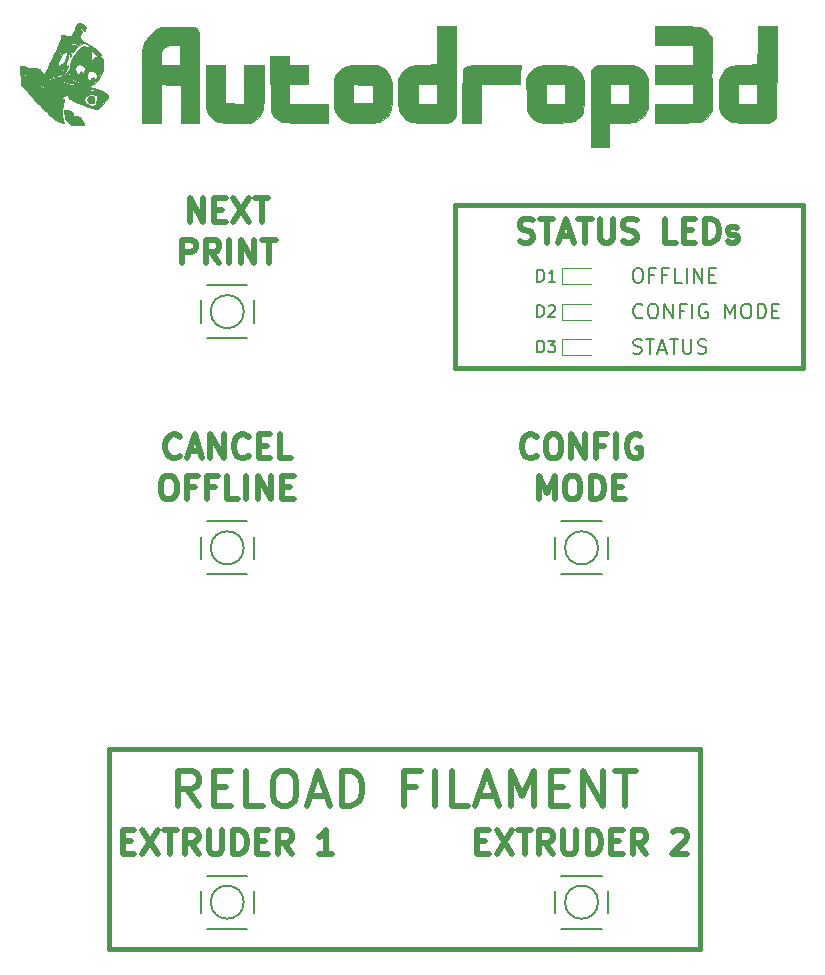
<source format=gbr>
G04 #@! TF.GenerationSoftware,KiCad,Pcbnew,(5.0.2)-1*
G04 #@! TF.CreationDate,2019-09-16T21:44:15-04:00*
G04 #@! TF.ProjectId,AD3D Cloud Connect Board,41443344-2043-46c6-9f75-6420436f6e6e,rev?*
G04 #@! TF.SameCoordinates,Original*
G04 #@! TF.FileFunction,Legend,Top*
G04 #@! TF.FilePolarity,Positive*
%FSLAX46Y46*%
G04 Gerber Fmt 4.6, Leading zero omitted, Abs format (unit mm)*
G04 Created by KiCad (PCBNEW (5.0.2)-1) date 9/16/2019 9:44:15 PM*
%MOMM*%
%LPD*%
G01*
G04 APERTURE LIST*
%ADD10C,0.400000*%
%ADD11C,0.200000*%
%ADD12C,0.500000*%
%ADD13C,0.120000*%
%ADD14C,0.150000*%
%ADD15C,0.010000*%
G04 APERTURE END LIST*
D10*
X211250000Y-128750000D02*
X211250000Y-115000000D01*
X240750000Y-128750000D02*
X211250000Y-128750000D01*
X240750000Y-115000000D02*
X240750000Y-128750000D01*
X211250000Y-115000000D02*
X240750000Y-115000000D01*
D11*
X226368095Y-127505952D02*
X226546666Y-127565476D01*
X226844285Y-127565476D01*
X226963333Y-127505952D01*
X227022857Y-127446428D01*
X227082380Y-127327380D01*
X227082380Y-127208333D01*
X227022857Y-127089285D01*
X226963333Y-127029761D01*
X226844285Y-126970238D01*
X226606190Y-126910714D01*
X226487142Y-126851190D01*
X226427619Y-126791666D01*
X226368095Y-126672619D01*
X226368095Y-126553571D01*
X226427619Y-126434523D01*
X226487142Y-126375000D01*
X226606190Y-126315476D01*
X226903809Y-126315476D01*
X227082380Y-126375000D01*
X227439523Y-126315476D02*
X228153809Y-126315476D01*
X227796666Y-127565476D02*
X227796666Y-126315476D01*
X228510952Y-127208333D02*
X229106190Y-127208333D01*
X228391904Y-127565476D02*
X228808571Y-126315476D01*
X229225238Y-127565476D01*
X229463333Y-126315476D02*
X230177619Y-126315476D01*
X229820476Y-127565476D02*
X229820476Y-126315476D01*
X230594285Y-126315476D02*
X230594285Y-127327380D01*
X230653809Y-127446428D01*
X230713333Y-127505952D01*
X230832380Y-127565476D01*
X231070476Y-127565476D01*
X231189523Y-127505952D01*
X231249047Y-127446428D01*
X231308571Y-127327380D01*
X231308571Y-126315476D01*
X231844285Y-127505952D02*
X232022857Y-127565476D01*
X232320476Y-127565476D01*
X232439523Y-127505952D01*
X232499047Y-127446428D01*
X232558571Y-127327380D01*
X232558571Y-127208333D01*
X232499047Y-127089285D01*
X232439523Y-127029761D01*
X232320476Y-126970238D01*
X232082380Y-126910714D01*
X231963333Y-126851190D01*
X231903809Y-126791666D01*
X231844285Y-126672619D01*
X231844285Y-126553571D01*
X231903809Y-126434523D01*
X231963333Y-126375000D01*
X232082380Y-126315476D01*
X232380000Y-126315476D01*
X232558571Y-126375000D01*
X227141904Y-124446428D02*
X227082380Y-124505952D01*
X226903809Y-124565476D01*
X226784761Y-124565476D01*
X226606190Y-124505952D01*
X226487142Y-124386904D01*
X226427619Y-124267857D01*
X226368095Y-124029761D01*
X226368095Y-123851190D01*
X226427619Y-123613095D01*
X226487142Y-123494047D01*
X226606190Y-123375000D01*
X226784761Y-123315476D01*
X226903809Y-123315476D01*
X227082380Y-123375000D01*
X227141904Y-123434523D01*
X227915714Y-123315476D02*
X228153809Y-123315476D01*
X228272857Y-123375000D01*
X228391904Y-123494047D01*
X228451428Y-123732142D01*
X228451428Y-124148809D01*
X228391904Y-124386904D01*
X228272857Y-124505952D01*
X228153809Y-124565476D01*
X227915714Y-124565476D01*
X227796666Y-124505952D01*
X227677619Y-124386904D01*
X227618095Y-124148809D01*
X227618095Y-123732142D01*
X227677619Y-123494047D01*
X227796666Y-123375000D01*
X227915714Y-123315476D01*
X228987142Y-124565476D02*
X228987142Y-123315476D01*
X229701428Y-124565476D01*
X229701428Y-123315476D01*
X230713333Y-123910714D02*
X230296666Y-123910714D01*
X230296666Y-124565476D02*
X230296666Y-123315476D01*
X230891904Y-123315476D01*
X231368095Y-124565476D02*
X231368095Y-123315476D01*
X232618095Y-123375000D02*
X232499047Y-123315476D01*
X232320476Y-123315476D01*
X232141904Y-123375000D01*
X232022857Y-123494047D01*
X231963333Y-123613095D01*
X231903809Y-123851190D01*
X231903809Y-124029761D01*
X231963333Y-124267857D01*
X232022857Y-124386904D01*
X232141904Y-124505952D01*
X232320476Y-124565476D01*
X232439523Y-124565476D01*
X232618095Y-124505952D01*
X232677619Y-124446428D01*
X232677619Y-124029761D01*
X232439523Y-124029761D01*
X234165714Y-124565476D02*
X234165714Y-123315476D01*
X234582380Y-124208333D01*
X234999047Y-123315476D01*
X234999047Y-124565476D01*
X235832380Y-123315476D02*
X236070476Y-123315476D01*
X236189523Y-123375000D01*
X236308571Y-123494047D01*
X236368095Y-123732142D01*
X236368095Y-124148809D01*
X236308571Y-124386904D01*
X236189523Y-124505952D01*
X236070476Y-124565476D01*
X235832380Y-124565476D01*
X235713333Y-124505952D01*
X235594285Y-124386904D01*
X235534761Y-124148809D01*
X235534761Y-123732142D01*
X235594285Y-123494047D01*
X235713333Y-123375000D01*
X235832380Y-123315476D01*
X236903809Y-124565476D02*
X236903809Y-123315476D01*
X237201428Y-123315476D01*
X237380000Y-123375000D01*
X237499047Y-123494047D01*
X237558571Y-123613095D01*
X237618095Y-123851190D01*
X237618095Y-124029761D01*
X237558571Y-124267857D01*
X237499047Y-124386904D01*
X237380000Y-124505952D01*
X237201428Y-124565476D01*
X236903809Y-124565476D01*
X238153809Y-123910714D02*
X238570476Y-123910714D01*
X238749047Y-124565476D02*
X238153809Y-124565476D01*
X238153809Y-123315476D01*
X238749047Y-123315476D01*
X226665714Y-120315476D02*
X226903809Y-120315476D01*
X227022857Y-120375000D01*
X227141904Y-120494047D01*
X227201428Y-120732142D01*
X227201428Y-121148809D01*
X227141904Y-121386904D01*
X227022857Y-121505952D01*
X226903809Y-121565476D01*
X226665714Y-121565476D01*
X226546666Y-121505952D01*
X226427619Y-121386904D01*
X226368095Y-121148809D01*
X226368095Y-120732142D01*
X226427619Y-120494047D01*
X226546666Y-120375000D01*
X226665714Y-120315476D01*
X228153809Y-120910714D02*
X227737142Y-120910714D01*
X227737142Y-121565476D02*
X227737142Y-120315476D01*
X228332380Y-120315476D01*
X229225238Y-120910714D02*
X228808571Y-120910714D01*
X228808571Y-121565476D02*
X228808571Y-120315476D01*
X229403809Y-120315476D01*
X230475238Y-121565476D02*
X229880000Y-121565476D01*
X229880000Y-120315476D01*
X230891904Y-121565476D02*
X230891904Y-120315476D01*
X231487142Y-121565476D02*
X231487142Y-120315476D01*
X232201428Y-121565476D01*
X232201428Y-120315476D01*
X232796666Y-120910714D02*
X233213333Y-120910714D01*
X233391904Y-121565476D02*
X232796666Y-121565476D01*
X232796666Y-120315476D01*
X233391904Y-120315476D01*
D12*
X216761904Y-118059523D02*
X217047619Y-118154761D01*
X217523809Y-118154761D01*
X217714285Y-118059523D01*
X217809523Y-117964285D01*
X217904761Y-117773809D01*
X217904761Y-117583333D01*
X217809523Y-117392857D01*
X217714285Y-117297619D01*
X217523809Y-117202380D01*
X217142857Y-117107142D01*
X216952380Y-117011904D01*
X216857142Y-116916666D01*
X216761904Y-116726190D01*
X216761904Y-116535714D01*
X216857142Y-116345238D01*
X216952380Y-116250000D01*
X217142857Y-116154761D01*
X217619047Y-116154761D01*
X217904761Y-116250000D01*
X218476190Y-116154761D02*
X219619047Y-116154761D01*
X219047619Y-118154761D02*
X219047619Y-116154761D01*
X220190476Y-117583333D02*
X221142857Y-117583333D01*
X220000000Y-118154761D02*
X220666666Y-116154761D01*
X221333333Y-118154761D01*
X221714285Y-116154761D02*
X222857142Y-116154761D01*
X222285714Y-118154761D02*
X222285714Y-116154761D01*
X223523809Y-116154761D02*
X223523809Y-117773809D01*
X223619047Y-117964285D01*
X223714285Y-118059523D01*
X223904761Y-118154761D01*
X224285714Y-118154761D01*
X224476190Y-118059523D01*
X224571428Y-117964285D01*
X224666666Y-117773809D01*
X224666666Y-116154761D01*
X225523809Y-118059523D02*
X225809523Y-118154761D01*
X226285714Y-118154761D01*
X226476190Y-118059523D01*
X226571428Y-117964285D01*
X226666666Y-117773809D01*
X226666666Y-117583333D01*
X226571428Y-117392857D01*
X226476190Y-117297619D01*
X226285714Y-117202380D01*
X225904761Y-117107142D01*
X225714285Y-117011904D01*
X225619047Y-116916666D01*
X225523809Y-116726190D01*
X225523809Y-116535714D01*
X225619047Y-116345238D01*
X225714285Y-116250000D01*
X225904761Y-116154761D01*
X226380952Y-116154761D01*
X226666666Y-116250000D01*
X230000000Y-118154761D02*
X229047619Y-118154761D01*
X229047619Y-116154761D01*
X230666666Y-117107142D02*
X231333333Y-117107142D01*
X231619047Y-118154761D02*
X230666666Y-118154761D01*
X230666666Y-116154761D01*
X231619047Y-116154761D01*
X232476190Y-118154761D02*
X232476190Y-116154761D01*
X232952380Y-116154761D01*
X233238095Y-116250000D01*
X233428571Y-116440476D01*
X233523809Y-116630952D01*
X233619047Y-117011904D01*
X233619047Y-117297619D01*
X233523809Y-117678571D01*
X233428571Y-117869047D01*
X233238095Y-118059523D01*
X232952380Y-118154761D01*
X232476190Y-118154761D01*
X234380952Y-118059523D02*
X234571428Y-118154761D01*
X234952380Y-118154761D01*
X235142857Y-118059523D01*
X235238095Y-117869047D01*
X235238095Y-117773809D01*
X235142857Y-117583333D01*
X234952380Y-117488095D01*
X234666666Y-117488095D01*
X234476190Y-117392857D01*
X234380952Y-117202380D01*
X234380952Y-117107142D01*
X234476190Y-116916666D01*
X234666666Y-116821428D01*
X234952380Y-116821428D01*
X235142857Y-116916666D01*
D10*
X232000000Y-161000000D02*
X182000000Y-161000000D01*
X232000000Y-178000000D02*
X232000000Y-161000000D01*
X182000000Y-178000000D02*
X232000000Y-178000000D01*
X182000000Y-161000000D02*
X182000000Y-178000000D01*
D12*
X189571428Y-165857142D02*
X188571428Y-164428571D01*
X187857142Y-165857142D02*
X187857142Y-162857142D01*
X189000000Y-162857142D01*
X189285714Y-163000000D01*
X189428571Y-163142857D01*
X189571428Y-163428571D01*
X189571428Y-163857142D01*
X189428571Y-164142857D01*
X189285714Y-164285714D01*
X189000000Y-164428571D01*
X187857142Y-164428571D01*
X190857142Y-164285714D02*
X191857142Y-164285714D01*
X192285714Y-165857142D02*
X190857142Y-165857142D01*
X190857142Y-162857142D01*
X192285714Y-162857142D01*
X195000000Y-165857142D02*
X193571428Y-165857142D01*
X193571428Y-162857142D01*
X196571428Y-162857142D02*
X197142857Y-162857142D01*
X197428571Y-163000000D01*
X197714285Y-163285714D01*
X197857142Y-163857142D01*
X197857142Y-164857142D01*
X197714285Y-165428571D01*
X197428571Y-165714285D01*
X197142857Y-165857142D01*
X196571428Y-165857142D01*
X196285714Y-165714285D01*
X196000000Y-165428571D01*
X195857142Y-164857142D01*
X195857142Y-163857142D01*
X196000000Y-163285714D01*
X196285714Y-163000000D01*
X196571428Y-162857142D01*
X199000000Y-165000000D02*
X200428571Y-165000000D01*
X198714285Y-165857142D02*
X199714285Y-162857142D01*
X200714285Y-165857142D01*
X201714285Y-165857142D02*
X201714285Y-162857142D01*
X202428571Y-162857142D01*
X202857142Y-163000000D01*
X203142857Y-163285714D01*
X203285714Y-163571428D01*
X203428571Y-164142857D01*
X203428571Y-164571428D01*
X203285714Y-165142857D01*
X203142857Y-165428571D01*
X202857142Y-165714285D01*
X202428571Y-165857142D01*
X201714285Y-165857142D01*
X208000000Y-164285714D02*
X207000000Y-164285714D01*
X207000000Y-165857142D02*
X207000000Y-162857142D01*
X208428571Y-162857142D01*
X209571428Y-165857142D02*
X209571428Y-162857142D01*
X212428571Y-165857142D02*
X211000000Y-165857142D01*
X211000000Y-162857142D01*
X213285714Y-165000000D02*
X214714285Y-165000000D01*
X213000000Y-165857142D02*
X214000000Y-162857142D01*
X215000000Y-165857142D01*
X216000000Y-165857142D02*
X216000000Y-162857142D01*
X217000000Y-165000000D01*
X218000000Y-162857142D01*
X218000000Y-165857142D01*
X219428571Y-164285714D02*
X220428571Y-164285714D01*
X220857142Y-165857142D02*
X219428571Y-165857142D01*
X219428571Y-162857142D01*
X220857142Y-162857142D01*
X222142857Y-165857142D02*
X222142857Y-162857142D01*
X223857142Y-165857142D01*
X223857142Y-162857142D01*
X224857142Y-162857142D02*
X226571428Y-162857142D01*
X225714285Y-165857142D02*
X225714285Y-162857142D01*
X213190476Y-168857142D02*
X213857142Y-168857142D01*
X214142857Y-169904761D02*
X213190476Y-169904761D01*
X213190476Y-167904761D01*
X214142857Y-167904761D01*
X214809523Y-167904761D02*
X216142857Y-169904761D01*
X216142857Y-167904761D02*
X214809523Y-169904761D01*
X216619047Y-167904761D02*
X217761904Y-167904761D01*
X217190476Y-169904761D02*
X217190476Y-167904761D01*
X219571428Y-169904761D02*
X218904761Y-168952380D01*
X218428571Y-169904761D02*
X218428571Y-167904761D01*
X219190476Y-167904761D01*
X219380952Y-168000000D01*
X219476190Y-168095238D01*
X219571428Y-168285714D01*
X219571428Y-168571428D01*
X219476190Y-168761904D01*
X219380952Y-168857142D01*
X219190476Y-168952380D01*
X218428571Y-168952380D01*
X220428571Y-167904761D02*
X220428571Y-169523809D01*
X220523809Y-169714285D01*
X220619047Y-169809523D01*
X220809523Y-169904761D01*
X221190476Y-169904761D01*
X221380952Y-169809523D01*
X221476190Y-169714285D01*
X221571428Y-169523809D01*
X221571428Y-167904761D01*
X222523809Y-169904761D02*
X222523809Y-167904761D01*
X223000000Y-167904761D01*
X223285714Y-168000000D01*
X223476190Y-168190476D01*
X223571428Y-168380952D01*
X223666666Y-168761904D01*
X223666666Y-169047619D01*
X223571428Y-169428571D01*
X223476190Y-169619047D01*
X223285714Y-169809523D01*
X223000000Y-169904761D01*
X222523809Y-169904761D01*
X224523809Y-168857142D02*
X225190476Y-168857142D01*
X225476190Y-169904761D02*
X224523809Y-169904761D01*
X224523809Y-167904761D01*
X225476190Y-167904761D01*
X227476190Y-169904761D02*
X226809523Y-168952380D01*
X226333333Y-169904761D02*
X226333333Y-167904761D01*
X227095238Y-167904761D01*
X227285714Y-168000000D01*
X227380952Y-168095238D01*
X227476190Y-168285714D01*
X227476190Y-168571428D01*
X227380952Y-168761904D01*
X227285714Y-168857142D01*
X227095238Y-168952380D01*
X226333333Y-168952380D01*
X229761904Y-168095238D02*
X229857142Y-168000000D01*
X230047619Y-167904761D01*
X230523809Y-167904761D01*
X230714285Y-168000000D01*
X230809523Y-168095238D01*
X230904761Y-168285714D01*
X230904761Y-168476190D01*
X230809523Y-168761904D01*
X229666666Y-169904761D01*
X230904761Y-169904761D01*
X183190476Y-168857142D02*
X183857142Y-168857142D01*
X184142857Y-169904761D02*
X183190476Y-169904761D01*
X183190476Y-167904761D01*
X184142857Y-167904761D01*
X184809523Y-167904761D02*
X186142857Y-169904761D01*
X186142857Y-167904761D02*
X184809523Y-169904761D01*
X186619047Y-167904761D02*
X187761904Y-167904761D01*
X187190476Y-169904761D02*
X187190476Y-167904761D01*
X189571428Y-169904761D02*
X188904761Y-168952380D01*
X188428571Y-169904761D02*
X188428571Y-167904761D01*
X189190476Y-167904761D01*
X189380952Y-168000000D01*
X189476190Y-168095238D01*
X189571428Y-168285714D01*
X189571428Y-168571428D01*
X189476190Y-168761904D01*
X189380952Y-168857142D01*
X189190476Y-168952380D01*
X188428571Y-168952380D01*
X190428571Y-167904761D02*
X190428571Y-169523809D01*
X190523809Y-169714285D01*
X190619047Y-169809523D01*
X190809523Y-169904761D01*
X191190476Y-169904761D01*
X191380952Y-169809523D01*
X191476190Y-169714285D01*
X191571428Y-169523809D01*
X191571428Y-167904761D01*
X192523809Y-169904761D02*
X192523809Y-167904761D01*
X193000000Y-167904761D01*
X193285714Y-168000000D01*
X193476190Y-168190476D01*
X193571428Y-168380952D01*
X193666666Y-168761904D01*
X193666666Y-169047619D01*
X193571428Y-169428571D01*
X193476190Y-169619047D01*
X193285714Y-169809523D01*
X193000000Y-169904761D01*
X192523809Y-169904761D01*
X194523809Y-168857142D02*
X195190476Y-168857142D01*
X195476190Y-169904761D02*
X194523809Y-169904761D01*
X194523809Y-167904761D01*
X195476190Y-167904761D01*
X197476190Y-169904761D02*
X196809523Y-168952380D01*
X196333333Y-169904761D02*
X196333333Y-167904761D01*
X197095238Y-167904761D01*
X197285714Y-168000000D01*
X197380952Y-168095238D01*
X197476190Y-168285714D01*
X197476190Y-168571428D01*
X197380952Y-168761904D01*
X197285714Y-168857142D01*
X197095238Y-168952380D01*
X196333333Y-168952380D01*
X200904761Y-169904761D02*
X199761904Y-169904761D01*
X200333333Y-169904761D02*
X200333333Y-167904761D01*
X200142857Y-168190476D01*
X199952380Y-168380952D01*
X199761904Y-168476190D01*
X218190476Y-136214285D02*
X218095238Y-136309523D01*
X217809523Y-136404761D01*
X217619047Y-136404761D01*
X217333333Y-136309523D01*
X217142857Y-136119047D01*
X217047619Y-135928571D01*
X216952380Y-135547619D01*
X216952380Y-135261904D01*
X217047619Y-134880952D01*
X217142857Y-134690476D01*
X217333333Y-134500000D01*
X217619047Y-134404761D01*
X217809523Y-134404761D01*
X218095238Y-134500000D01*
X218190476Y-134595238D01*
X219428571Y-134404761D02*
X219809523Y-134404761D01*
X220000000Y-134500000D01*
X220190476Y-134690476D01*
X220285714Y-135071428D01*
X220285714Y-135738095D01*
X220190476Y-136119047D01*
X220000000Y-136309523D01*
X219809523Y-136404761D01*
X219428571Y-136404761D01*
X219238095Y-136309523D01*
X219047619Y-136119047D01*
X218952380Y-135738095D01*
X218952380Y-135071428D01*
X219047619Y-134690476D01*
X219238095Y-134500000D01*
X219428571Y-134404761D01*
X221142857Y-136404761D02*
X221142857Y-134404761D01*
X222285714Y-136404761D01*
X222285714Y-134404761D01*
X223904761Y-135357142D02*
X223238095Y-135357142D01*
X223238095Y-136404761D02*
X223238095Y-134404761D01*
X224190476Y-134404761D01*
X224952380Y-136404761D02*
X224952380Y-134404761D01*
X226952380Y-134500000D02*
X226761904Y-134404761D01*
X226476190Y-134404761D01*
X226190476Y-134500000D01*
X226000000Y-134690476D01*
X225904761Y-134880952D01*
X225809523Y-135261904D01*
X225809523Y-135547619D01*
X225904761Y-135928571D01*
X226000000Y-136119047D01*
X226190476Y-136309523D01*
X226476190Y-136404761D01*
X226666666Y-136404761D01*
X226952380Y-136309523D01*
X227047619Y-136214285D01*
X227047619Y-135547619D01*
X226666666Y-135547619D01*
X218380952Y-139904761D02*
X218380952Y-137904761D01*
X219047619Y-139333333D01*
X219714285Y-137904761D01*
X219714285Y-139904761D01*
X221047619Y-137904761D02*
X221428571Y-137904761D01*
X221619047Y-138000000D01*
X221809523Y-138190476D01*
X221904761Y-138571428D01*
X221904761Y-139238095D01*
X221809523Y-139619047D01*
X221619047Y-139809523D01*
X221428571Y-139904761D01*
X221047619Y-139904761D01*
X220857142Y-139809523D01*
X220666666Y-139619047D01*
X220571428Y-139238095D01*
X220571428Y-138571428D01*
X220666666Y-138190476D01*
X220857142Y-138000000D01*
X221047619Y-137904761D01*
X222761904Y-139904761D02*
X222761904Y-137904761D01*
X223238095Y-137904761D01*
X223523809Y-138000000D01*
X223714285Y-138190476D01*
X223809523Y-138380952D01*
X223904761Y-138761904D01*
X223904761Y-139047619D01*
X223809523Y-139428571D01*
X223714285Y-139619047D01*
X223523809Y-139809523D01*
X223238095Y-139904761D01*
X222761904Y-139904761D01*
X224761904Y-138857142D02*
X225428571Y-138857142D01*
X225714285Y-139904761D02*
X224761904Y-139904761D01*
X224761904Y-137904761D01*
X225714285Y-137904761D01*
X188000000Y-136214285D02*
X187904761Y-136309523D01*
X187619047Y-136404761D01*
X187428571Y-136404761D01*
X187142857Y-136309523D01*
X186952380Y-136119047D01*
X186857142Y-135928571D01*
X186761904Y-135547619D01*
X186761904Y-135261904D01*
X186857142Y-134880952D01*
X186952380Y-134690476D01*
X187142857Y-134500000D01*
X187428571Y-134404761D01*
X187619047Y-134404761D01*
X187904761Y-134500000D01*
X188000000Y-134595238D01*
X188761904Y-135833333D02*
X189714285Y-135833333D01*
X188571428Y-136404761D02*
X189238095Y-134404761D01*
X189904761Y-136404761D01*
X190571428Y-136404761D02*
X190571428Y-134404761D01*
X191714285Y-136404761D01*
X191714285Y-134404761D01*
X193809523Y-136214285D02*
X193714285Y-136309523D01*
X193428571Y-136404761D01*
X193238095Y-136404761D01*
X192952380Y-136309523D01*
X192761904Y-136119047D01*
X192666666Y-135928571D01*
X192571428Y-135547619D01*
X192571428Y-135261904D01*
X192666666Y-134880952D01*
X192761904Y-134690476D01*
X192952380Y-134500000D01*
X193238095Y-134404761D01*
X193428571Y-134404761D01*
X193714285Y-134500000D01*
X193809523Y-134595238D01*
X194666666Y-135357142D02*
X195333333Y-135357142D01*
X195619047Y-136404761D02*
X194666666Y-136404761D01*
X194666666Y-134404761D01*
X195619047Y-134404761D01*
X197428571Y-136404761D02*
X196476190Y-136404761D01*
X196476190Y-134404761D01*
X186857142Y-137904761D02*
X187238095Y-137904761D01*
X187428571Y-138000000D01*
X187619047Y-138190476D01*
X187714285Y-138571428D01*
X187714285Y-139238095D01*
X187619047Y-139619047D01*
X187428571Y-139809523D01*
X187238095Y-139904761D01*
X186857142Y-139904761D01*
X186666666Y-139809523D01*
X186476190Y-139619047D01*
X186380952Y-139238095D01*
X186380952Y-138571428D01*
X186476190Y-138190476D01*
X186666666Y-138000000D01*
X186857142Y-137904761D01*
X189238095Y-138857142D02*
X188571428Y-138857142D01*
X188571428Y-139904761D02*
X188571428Y-137904761D01*
X189523809Y-137904761D01*
X190952380Y-138857142D02*
X190285714Y-138857142D01*
X190285714Y-139904761D02*
X190285714Y-137904761D01*
X191238095Y-137904761D01*
X192952380Y-139904761D02*
X192000000Y-139904761D01*
X192000000Y-137904761D01*
X193619047Y-139904761D02*
X193619047Y-137904761D01*
X194571428Y-139904761D02*
X194571428Y-137904761D01*
X195714285Y-139904761D01*
X195714285Y-137904761D01*
X196666666Y-138857142D02*
X197333333Y-138857142D01*
X197619047Y-139904761D02*
X196666666Y-139904761D01*
X196666666Y-137904761D01*
X197619047Y-137904761D01*
X188809523Y-116404761D02*
X188809523Y-114404761D01*
X189952380Y-116404761D01*
X189952380Y-114404761D01*
X190904761Y-115357142D02*
X191571428Y-115357142D01*
X191857142Y-116404761D02*
X190904761Y-116404761D01*
X190904761Y-114404761D01*
X191857142Y-114404761D01*
X192523809Y-114404761D02*
X193857142Y-116404761D01*
X193857142Y-114404761D02*
X192523809Y-116404761D01*
X194333333Y-114404761D02*
X195476190Y-114404761D01*
X194904761Y-116404761D02*
X194904761Y-114404761D01*
X188190476Y-119904761D02*
X188190476Y-117904761D01*
X188952380Y-117904761D01*
X189142857Y-118000000D01*
X189238095Y-118095238D01*
X189333333Y-118285714D01*
X189333333Y-118571428D01*
X189238095Y-118761904D01*
X189142857Y-118857142D01*
X188952380Y-118952380D01*
X188190476Y-118952380D01*
X191333333Y-119904761D02*
X190666666Y-118952380D01*
X190190476Y-119904761D02*
X190190476Y-117904761D01*
X190952380Y-117904761D01*
X191142857Y-118000000D01*
X191238095Y-118095238D01*
X191333333Y-118285714D01*
X191333333Y-118571428D01*
X191238095Y-118761904D01*
X191142857Y-118857142D01*
X190952380Y-118952380D01*
X190190476Y-118952380D01*
X192190476Y-119904761D02*
X192190476Y-117904761D01*
X193142857Y-119904761D02*
X193142857Y-117904761D01*
X194285714Y-119904761D01*
X194285714Y-117904761D01*
X194952380Y-117904761D02*
X196095238Y-117904761D01*
X195523809Y-119904761D02*
X195523809Y-117904761D01*
D13*
G04 #@! TO.C,D1*
X220315000Y-121685000D02*
X222800000Y-121685000D01*
X220315000Y-120315000D02*
X220315000Y-121685000D01*
X222800000Y-120315000D02*
X220315000Y-120315000D01*
G04 #@! TO.C,D2*
X222800000Y-123315000D02*
X220315000Y-123315000D01*
X220315000Y-123315000D02*
X220315000Y-124685000D01*
X220315000Y-124685000D02*
X222800000Y-124685000D01*
G04 #@! TO.C,D3*
X222800000Y-126315000D02*
X220315000Y-126315000D01*
X220315000Y-126315000D02*
X220315000Y-127685000D01*
X220315000Y-127685000D02*
X222800000Y-127685000D01*
D14*
G04 #@! TO.C,SW1*
X193400000Y-174000000D02*
G75*
G03X193400000Y-174000000I-1400000J0D01*
G01*
X189750000Y-173050000D02*
X189750000Y-174950000D01*
X194250000Y-173050000D02*
X194250000Y-174950000D01*
X190300000Y-171750000D02*
X193700000Y-171750000D01*
X190300000Y-176250000D02*
X193700000Y-176250000D01*
G04 #@! TO.C,SW2*
X220300000Y-176250000D02*
X223700000Y-176250000D01*
X220300000Y-171750000D02*
X223700000Y-171750000D01*
X224250000Y-173050000D02*
X224250000Y-174950000D01*
X219750000Y-173050000D02*
X219750000Y-174950000D01*
X223400000Y-174000000D02*
G75*
G03X223400000Y-174000000I-1400000J0D01*
G01*
G04 #@! TO.C,SW3*
X193400000Y-124000000D02*
G75*
G03X193400000Y-124000000I-1400000J0D01*
G01*
X189750000Y-123050000D02*
X189750000Y-124950000D01*
X194250000Y-123050000D02*
X194250000Y-124950000D01*
X190300000Y-121750000D02*
X193700000Y-121750000D01*
X190300000Y-126250000D02*
X193700000Y-126250000D01*
G04 #@! TO.C,SW4*
X190300000Y-146250000D02*
X193700000Y-146250000D01*
X190300000Y-141750000D02*
X193700000Y-141750000D01*
X194250000Y-143050000D02*
X194250000Y-144950000D01*
X189750000Y-143050000D02*
X189750000Y-144950000D01*
X193400000Y-144000000D02*
G75*
G03X193400000Y-144000000I-1400000J0D01*
G01*
G04 #@! TO.C,SW5*
X223400000Y-144000000D02*
G75*
G03X223400000Y-144000000I-1400000J0D01*
G01*
X219750000Y-143050000D02*
X219750000Y-144950000D01*
X224250000Y-143050000D02*
X224250000Y-144950000D01*
X220300000Y-141750000D02*
X223700000Y-141750000D01*
X220300000Y-146250000D02*
X223700000Y-146250000D01*
D15*
G04 #@! TO.C,G\002A\002A\002A*
G36*
X180610131Y-105770391D02*
X180711814Y-105893265D01*
X180754233Y-106079171D01*
X180752398Y-106166616D01*
X180735613Y-106290776D01*
X180691856Y-106349210D01*
X180589845Y-106371248D01*
X180528807Y-106376214D01*
X180350203Y-106366702D01*
X180259649Y-106317247D01*
X180209021Y-106216973D01*
X180171034Y-106076167D01*
X180169929Y-106069573D01*
X180179712Y-105892799D01*
X180269663Y-105775347D01*
X180431736Y-105726762D01*
X180459457Y-105726000D01*
X180610131Y-105770391D01*
X180610131Y-105770391D01*
G37*
X180610131Y-105770391D02*
X180711814Y-105893265D01*
X180754233Y-106079171D01*
X180752398Y-106166616D01*
X180735613Y-106290776D01*
X180691856Y-106349210D01*
X180589845Y-106371248D01*
X180528807Y-106376214D01*
X180350203Y-106366702D01*
X180259649Y-106317247D01*
X180209021Y-106216973D01*
X180171034Y-106076167D01*
X180169929Y-106069573D01*
X180179712Y-105892799D01*
X180269663Y-105775347D01*
X180431736Y-105726762D01*
X180459457Y-105726000D01*
X180610131Y-105770391D01*
G36*
X238509641Y-103663602D02*
X238507053Y-104378424D01*
X238504590Y-104998655D01*
X238502041Y-105531303D01*
X238499194Y-105983376D01*
X238495837Y-106361883D01*
X238491761Y-106673833D01*
X238486752Y-106926232D01*
X238480600Y-107126090D01*
X238473094Y-107280414D01*
X238464022Y-107396214D01*
X238453172Y-107480497D01*
X238440334Y-107540272D01*
X238425297Y-107582546D01*
X238407848Y-107614329D01*
X238389729Y-107639997D01*
X238272523Y-107768060D01*
X238129126Y-107888215D01*
X238115516Y-107897700D01*
X238065247Y-107930141D01*
X238012653Y-107955741D01*
X237945842Y-107975270D01*
X237852921Y-107989497D01*
X237721999Y-107999194D01*
X237541184Y-108005131D01*
X237298583Y-108008078D01*
X236982304Y-108008805D01*
X236580457Y-108008083D01*
X236418387Y-108007633D01*
X236028385Y-108005273D01*
X235666594Y-108000714D01*
X235346821Y-107994315D01*
X235082871Y-107986436D01*
X234888550Y-107977437D01*
X234777665Y-107967677D01*
X234762200Y-107964495D01*
X234421953Y-107814413D01*
X234118927Y-107591776D01*
X233876098Y-107316346D01*
X233750506Y-107094342D01*
X233718007Y-107012228D01*
X233692799Y-106921915D01*
X233673751Y-106809131D01*
X233659732Y-106659605D01*
X233649611Y-106459066D01*
X233642255Y-106193243D01*
X233636533Y-105847866D01*
X233633699Y-105621142D01*
X233623651Y-104760800D01*
X235270200Y-104760800D01*
X235270200Y-106386400D01*
X236895800Y-106386400D01*
X236895800Y-104760800D01*
X235270200Y-104760800D01*
X233623651Y-104760800D01*
X233619200Y-104379800D01*
X233766988Y-104059735D01*
X233949122Y-103755752D01*
X234185709Y-103497020D01*
X234455007Y-103304008D01*
X234664320Y-103215001D01*
X234819471Y-103184199D01*
X235063364Y-103155805D01*
X235383150Y-103130955D01*
X235765979Y-103110785D01*
X235903282Y-103105375D01*
X236894393Y-103069353D01*
X236907796Y-101463976D01*
X236921200Y-99858600D01*
X238523282Y-99830610D01*
X238509641Y-103663602D01*
X238509641Y-103663602D01*
G37*
X238509641Y-103663602D02*
X238507053Y-104378424D01*
X238504590Y-104998655D01*
X238502041Y-105531303D01*
X238499194Y-105983376D01*
X238495837Y-106361883D01*
X238491761Y-106673833D01*
X238486752Y-106926232D01*
X238480600Y-107126090D01*
X238473094Y-107280414D01*
X238464022Y-107396214D01*
X238453172Y-107480497D01*
X238440334Y-107540272D01*
X238425297Y-107582546D01*
X238407848Y-107614329D01*
X238389729Y-107639997D01*
X238272523Y-107768060D01*
X238129126Y-107888215D01*
X238115516Y-107897700D01*
X238065247Y-107930141D01*
X238012653Y-107955741D01*
X237945842Y-107975270D01*
X237852921Y-107989497D01*
X237721999Y-107999194D01*
X237541184Y-108005131D01*
X237298583Y-108008078D01*
X236982304Y-108008805D01*
X236580457Y-108008083D01*
X236418387Y-108007633D01*
X236028385Y-108005273D01*
X235666594Y-108000714D01*
X235346821Y-107994315D01*
X235082871Y-107986436D01*
X234888550Y-107977437D01*
X234777665Y-107967677D01*
X234762200Y-107964495D01*
X234421953Y-107814413D01*
X234118927Y-107591776D01*
X233876098Y-107316346D01*
X233750506Y-107094342D01*
X233718007Y-107012228D01*
X233692799Y-106921915D01*
X233673751Y-106809131D01*
X233659732Y-106659605D01*
X233649611Y-106459066D01*
X233642255Y-106193243D01*
X233636533Y-105847866D01*
X233633699Y-105621142D01*
X233623651Y-104760800D01*
X235270200Y-104760800D01*
X235270200Y-106386400D01*
X236895800Y-106386400D01*
X236895800Y-104760800D01*
X235270200Y-104760800D01*
X233623651Y-104760800D01*
X233619200Y-104379800D01*
X233766988Y-104059735D01*
X233949122Y-103755752D01*
X234185709Y-103497020D01*
X234455007Y-103304008D01*
X234664320Y-103215001D01*
X234819471Y-103184199D01*
X235063364Y-103155805D01*
X235383150Y-103130955D01*
X235765979Y-103110785D01*
X235903282Y-103105375D01*
X236894393Y-103069353D01*
X236907796Y-101463976D01*
X236921200Y-99858600D01*
X238523282Y-99830610D01*
X238509641Y-103663602D01*
G36*
X230075900Y-99843561D02*
X230562896Y-99847735D01*
X230959231Y-99852045D01*
X231275845Y-99857128D01*
X231523674Y-99863619D01*
X231713657Y-99872155D01*
X231856733Y-99883372D01*
X231963840Y-99897906D01*
X232045915Y-99916392D01*
X232113898Y-99939468D01*
X232173980Y-99965567D01*
X232512625Y-100174703D01*
X232795413Y-100455664D01*
X232922641Y-100640267D01*
X233060400Y-100874600D01*
X233076310Y-102162559D01*
X233080548Y-102569863D01*
X233081563Y-102889567D01*
X233078700Y-103135636D01*
X233071302Y-103322038D01*
X233058712Y-103462740D01*
X233040275Y-103571708D01*
X233015334Y-103662909D01*
X233004295Y-103695033D01*
X232954359Y-103848692D01*
X232942665Y-103958129D01*
X232968871Y-104073106D01*
X233001084Y-104161372D01*
X233028508Y-104248064D01*
X233049458Y-104355382D01*
X233064719Y-104497109D01*
X233075080Y-104687022D01*
X233081326Y-104938904D01*
X233084243Y-105266533D01*
X233084684Y-105626098D01*
X233083635Y-106021020D01*
X233080656Y-106328372D01*
X233074804Y-106562177D01*
X233065140Y-106736460D01*
X233050720Y-106865246D01*
X233030603Y-106962558D01*
X233003846Y-107042421D01*
X232986925Y-107081867D01*
X232824942Y-107347251D01*
X232597904Y-107599483D01*
X232339877Y-107803085D01*
X232238291Y-107861601D01*
X231993600Y-107986600D01*
X230101300Y-108001611D01*
X228209000Y-108016623D01*
X228209000Y-106386400D01*
X231460200Y-106386400D01*
X231460200Y-104760800D01*
X228209000Y-104760800D01*
X228209000Y-103084400D01*
X231460200Y-103084400D01*
X231460200Y-101458800D01*
X228209000Y-101458800D01*
X228209000Y-99828523D01*
X230075900Y-99843561D01*
X230075900Y-99843561D01*
G37*
X230075900Y-99843561D02*
X230562896Y-99847735D01*
X230959231Y-99852045D01*
X231275845Y-99857128D01*
X231523674Y-99863619D01*
X231713657Y-99872155D01*
X231856733Y-99883372D01*
X231963840Y-99897906D01*
X232045915Y-99916392D01*
X232113898Y-99939468D01*
X232173980Y-99965567D01*
X232512625Y-100174703D01*
X232795413Y-100455664D01*
X232922641Y-100640267D01*
X233060400Y-100874600D01*
X233076310Y-102162559D01*
X233080548Y-102569863D01*
X233081563Y-102889567D01*
X233078700Y-103135636D01*
X233071302Y-103322038D01*
X233058712Y-103462740D01*
X233040275Y-103571708D01*
X233015334Y-103662909D01*
X233004295Y-103695033D01*
X232954359Y-103848692D01*
X232942665Y-103958129D01*
X232968871Y-104073106D01*
X233001084Y-104161372D01*
X233028508Y-104248064D01*
X233049458Y-104355382D01*
X233064719Y-104497109D01*
X233075080Y-104687022D01*
X233081326Y-104938904D01*
X233084243Y-105266533D01*
X233084684Y-105626098D01*
X233083635Y-106021020D01*
X233080656Y-106328372D01*
X233074804Y-106562177D01*
X233065140Y-106736460D01*
X233050720Y-106865246D01*
X233030603Y-106962558D01*
X233003846Y-107042421D01*
X232986925Y-107081867D01*
X232824942Y-107347251D01*
X232597904Y-107599483D01*
X232339877Y-107803085D01*
X232238291Y-107861601D01*
X231993600Y-107986600D01*
X230101300Y-108001611D01*
X228209000Y-108016623D01*
X228209000Y-106386400D01*
X231460200Y-106386400D01*
X231460200Y-104760800D01*
X228209000Y-104760800D01*
X228209000Y-103084400D01*
X231460200Y-103084400D01*
X231460200Y-101458800D01*
X228209000Y-101458800D01*
X228209000Y-99828523D01*
X230075900Y-99843561D01*
G36*
X219531606Y-103140789D02*
X219875390Y-103144762D01*
X220266326Y-103150213D01*
X220569635Y-103156220D01*
X220799284Y-103164009D01*
X220969245Y-103174802D01*
X221093487Y-103189826D01*
X221185980Y-103210303D01*
X221260693Y-103237460D01*
X221331318Y-103272370D01*
X221597054Y-103463200D01*
X221837240Y-103726972D01*
X222028383Y-104035049D01*
X222104927Y-104215351D01*
X222142946Y-104327684D01*
X222171453Y-104431091D01*
X222191500Y-104541652D01*
X222204138Y-104675448D01*
X222210419Y-104848559D01*
X222211392Y-105077066D01*
X222208111Y-105377050D01*
X222202600Y-105709409D01*
X222192853Y-106143576D01*
X222178694Y-106490117D01*
X222157271Y-106762995D01*
X222125729Y-106976170D01*
X222081217Y-107143605D01*
X222020881Y-107279262D01*
X221941869Y-107397103D01*
X221841326Y-107511090D01*
X221832588Y-107520130D01*
X221688972Y-107641692D01*
X221500483Y-107767951D01*
X221365954Y-107842060D01*
X221071600Y-107986600D01*
X219776200Y-108000083D01*
X219379396Y-108003931D01*
X219070217Y-108005566D01*
X218834698Y-108004025D01*
X218658870Y-107998349D01*
X218528767Y-107987577D01*
X218430423Y-107970747D01*
X218349870Y-107946899D01*
X218273141Y-107915071D01*
X218226800Y-107893480D01*
X217994966Y-107747445D01*
X217760674Y-107538480D01*
X217556975Y-107298847D01*
X217456408Y-107141509D01*
X217427763Y-107079512D01*
X217405207Y-107002308D01*
X217387813Y-106897056D01*
X217374657Y-106750919D01*
X217364812Y-106551058D01*
X217357352Y-106284633D01*
X217351352Y-105938808D01*
X217347368Y-105629295D01*
X217337118Y-104760800D01*
X218963400Y-104760800D01*
X218963400Y-106386400D01*
X220589000Y-106386400D01*
X220589000Y-104760800D01*
X218963400Y-104760800D01*
X217337118Y-104760800D01*
X217331537Y-104287990D01*
X217488666Y-103968814D01*
X217664624Y-103688043D01*
X217892680Y-103469893D01*
X218192144Y-103297857D01*
X218348959Y-103233470D01*
X218443122Y-103200714D01*
X218537616Y-103175893D01*
X218647200Y-103158149D01*
X218786633Y-103146624D01*
X218970673Y-103140461D01*
X219214078Y-103138802D01*
X219531606Y-103140789D01*
X219531606Y-103140789D01*
G37*
X219531606Y-103140789D02*
X219875390Y-103144762D01*
X220266326Y-103150213D01*
X220569635Y-103156220D01*
X220799284Y-103164009D01*
X220969245Y-103174802D01*
X221093487Y-103189826D01*
X221185980Y-103210303D01*
X221260693Y-103237460D01*
X221331318Y-103272370D01*
X221597054Y-103463200D01*
X221837240Y-103726972D01*
X222028383Y-104035049D01*
X222104927Y-104215351D01*
X222142946Y-104327684D01*
X222171453Y-104431091D01*
X222191500Y-104541652D01*
X222204138Y-104675448D01*
X222210419Y-104848559D01*
X222211392Y-105077066D01*
X222208111Y-105377050D01*
X222202600Y-105709409D01*
X222192853Y-106143576D01*
X222178694Y-106490117D01*
X222157271Y-106762995D01*
X222125729Y-106976170D01*
X222081217Y-107143605D01*
X222020881Y-107279262D01*
X221941869Y-107397103D01*
X221841326Y-107511090D01*
X221832588Y-107520130D01*
X221688972Y-107641692D01*
X221500483Y-107767951D01*
X221365954Y-107842060D01*
X221071600Y-107986600D01*
X219776200Y-108000083D01*
X219379396Y-108003931D01*
X219070217Y-108005566D01*
X218834698Y-108004025D01*
X218658870Y-107998349D01*
X218528767Y-107987577D01*
X218430423Y-107970747D01*
X218349870Y-107946899D01*
X218273141Y-107915071D01*
X218226800Y-107893480D01*
X217994966Y-107747445D01*
X217760674Y-107538480D01*
X217556975Y-107298847D01*
X217456408Y-107141509D01*
X217427763Y-107079512D01*
X217405207Y-107002308D01*
X217387813Y-106897056D01*
X217374657Y-106750919D01*
X217364812Y-106551058D01*
X217357352Y-106284633D01*
X217351352Y-105938808D01*
X217347368Y-105629295D01*
X217337118Y-104760800D01*
X218963400Y-104760800D01*
X218963400Y-106386400D01*
X220589000Y-106386400D01*
X220589000Y-104760800D01*
X218963400Y-104760800D01*
X217337118Y-104760800D01*
X217331537Y-104287990D01*
X217488666Y-103968814D01*
X217664624Y-103688043D01*
X217892680Y-103469893D01*
X218192144Y-103297857D01*
X218348959Y-103233470D01*
X218443122Y-103200714D01*
X218537616Y-103175893D01*
X218647200Y-103158149D01*
X218786633Y-103146624D01*
X218970673Y-103140461D01*
X219214078Y-103138802D01*
X219531606Y-103140789D01*
G36*
X216818389Y-103935300D02*
X216804400Y-104735400D01*
X215166100Y-104748803D01*
X213527800Y-104762207D01*
X213527800Y-108012000D01*
X211899127Y-108012000D01*
X211913363Y-105780849D01*
X211927600Y-103549699D01*
X212054600Y-103413823D01*
X212116340Y-103348498D01*
X212174831Y-103294273D01*
X212239676Y-103250115D01*
X212320480Y-103214991D01*
X212426846Y-103187867D01*
X212568380Y-103167709D01*
X212754686Y-103153485D01*
X212995367Y-103144161D01*
X213300028Y-103138704D01*
X213678274Y-103136080D01*
X214139707Y-103135256D01*
X214644167Y-103135200D01*
X216832379Y-103135200D01*
X216818389Y-103935300D01*
X216818389Y-103935300D01*
G37*
X216818389Y-103935300D02*
X216804400Y-104735400D01*
X215166100Y-104748803D01*
X213527800Y-104762207D01*
X213527800Y-108012000D01*
X211899127Y-108012000D01*
X211913363Y-105780849D01*
X211927600Y-103549699D01*
X212054600Y-103413823D01*
X212116340Y-103348498D01*
X212174831Y-103294273D01*
X212239676Y-103250115D01*
X212320480Y-103214991D01*
X212426846Y-103187867D01*
X212568380Y-103167709D01*
X212754686Y-103153485D01*
X212995367Y-103144161D01*
X213300028Y-103138704D01*
X213678274Y-103136080D01*
X214139707Y-103135256D01*
X214644167Y-103135200D01*
X216832379Y-103135200D01*
X216818389Y-103935300D01*
G36*
X211368800Y-99858600D02*
X211368800Y-103677596D01*
X211368759Y-104390970D01*
X211368513Y-105009765D01*
X211367872Y-105541003D01*
X211366649Y-105991706D01*
X211364655Y-106368894D01*
X211361701Y-106679590D01*
X211357600Y-106930814D01*
X211352163Y-107129589D01*
X211345202Y-107282935D01*
X211336529Y-107397874D01*
X211325954Y-107481428D01*
X211313290Y-107540618D01*
X211298349Y-107582465D01*
X211280942Y-107613991D01*
X211262529Y-107639996D01*
X211145323Y-107768060D01*
X211001926Y-107888215D01*
X210988316Y-107897700D01*
X210938018Y-107930144D01*
X210885339Y-107955754D01*
X210818386Y-107975307D01*
X210725267Y-107989579D01*
X210594088Y-107999349D01*
X210412957Y-108005394D01*
X210169981Y-108008489D01*
X209853268Y-108009413D01*
X209450924Y-108008943D01*
X209291187Y-108008601D01*
X208792888Y-108005943D01*
X208388420Y-108000199D01*
X208070052Y-107991060D01*
X207830053Y-107978219D01*
X207660691Y-107961368D01*
X207554236Y-107940198D01*
X207551309Y-107939299D01*
X207305991Y-107830133D01*
X207060137Y-107666655D01*
X206851937Y-107476878D01*
X206757748Y-107357127D01*
X206678228Y-107230850D01*
X206616374Y-107116015D01*
X206569972Y-106997762D01*
X206536807Y-106861230D01*
X206514664Y-106691559D01*
X206501331Y-106473887D01*
X206494592Y-106193356D01*
X206492233Y-105835103D01*
X206492000Y-105573600D01*
X206492000Y-104760800D01*
X208143000Y-104760800D01*
X208143000Y-106386400D01*
X209768600Y-106386400D01*
X209768600Y-104760800D01*
X208143000Y-104760800D01*
X206492000Y-104760800D01*
X206492000Y-104329000D01*
X206633335Y-104041240D01*
X206840055Y-103711710D01*
X207098399Y-103448611D01*
X207392588Y-103267322D01*
X207452360Y-103242973D01*
X207567894Y-103206156D01*
X207704650Y-103177162D01*
X207879076Y-103154251D01*
X208107622Y-103135684D01*
X208406738Y-103119719D01*
X208744042Y-103106347D01*
X209768600Y-103069666D01*
X209768600Y-99830620D01*
X211368800Y-99858600D01*
X211368800Y-99858600D01*
G37*
X211368800Y-99858600D02*
X211368800Y-103677596D01*
X211368759Y-104390970D01*
X211368513Y-105009765D01*
X211367872Y-105541003D01*
X211366649Y-105991706D01*
X211364655Y-106368894D01*
X211361701Y-106679590D01*
X211357600Y-106930814D01*
X211352163Y-107129589D01*
X211345202Y-107282935D01*
X211336529Y-107397874D01*
X211325954Y-107481428D01*
X211313290Y-107540618D01*
X211298349Y-107582465D01*
X211280942Y-107613991D01*
X211262529Y-107639996D01*
X211145323Y-107768060D01*
X211001926Y-107888215D01*
X210988316Y-107897700D01*
X210938018Y-107930144D01*
X210885339Y-107955754D01*
X210818386Y-107975307D01*
X210725267Y-107989579D01*
X210594088Y-107999349D01*
X210412957Y-108005394D01*
X210169981Y-108008489D01*
X209853268Y-108009413D01*
X209450924Y-108008943D01*
X209291187Y-108008601D01*
X208792888Y-108005943D01*
X208388420Y-108000199D01*
X208070052Y-107991060D01*
X207830053Y-107978219D01*
X207660691Y-107961368D01*
X207554236Y-107940198D01*
X207551309Y-107939299D01*
X207305991Y-107830133D01*
X207060137Y-107666655D01*
X206851937Y-107476878D01*
X206757748Y-107357127D01*
X206678228Y-107230850D01*
X206616374Y-107116015D01*
X206569972Y-106997762D01*
X206536807Y-106861230D01*
X206514664Y-106691559D01*
X206501331Y-106473887D01*
X206494592Y-106193356D01*
X206492233Y-105835103D01*
X206492000Y-105573600D01*
X206492000Y-104760800D01*
X208143000Y-104760800D01*
X208143000Y-106386400D01*
X209768600Y-106386400D01*
X209768600Y-104760800D01*
X208143000Y-104760800D01*
X206492000Y-104760800D01*
X206492000Y-104329000D01*
X206633335Y-104041240D01*
X206840055Y-103711710D01*
X207098399Y-103448611D01*
X207392588Y-103267322D01*
X207452360Y-103242973D01*
X207567894Y-103206156D01*
X207704650Y-103177162D01*
X207879076Y-103154251D01*
X208107622Y-103135684D01*
X208406738Y-103119719D01*
X208744042Y-103106347D01*
X209768600Y-103069666D01*
X209768600Y-99830620D01*
X211368800Y-99858600D01*
G36*
X204723172Y-103135200D02*
X205037218Y-103292130D01*
X205343599Y-103493324D01*
X205588083Y-103763799D01*
X205779765Y-104114143D01*
X205812380Y-104194251D01*
X205856849Y-104323796D01*
X205889516Y-104462226D01*
X205912912Y-104630345D01*
X205929569Y-104848954D01*
X205942017Y-105138856D01*
X205946993Y-105300697D01*
X205952570Y-105867085D01*
X205931943Y-106343857D01*
X205881344Y-106740488D01*
X205797006Y-107066452D01*
X205675160Y-107331225D01*
X205512040Y-107544281D01*
X205303878Y-107715097D01*
X205046905Y-107853146D01*
X204909951Y-107908749D01*
X204814096Y-107941548D01*
X204714397Y-107966625D01*
X204595980Y-107984997D01*
X204443969Y-107997682D01*
X204243491Y-108005699D01*
X203979669Y-108010066D01*
X203637630Y-108011799D01*
X203401268Y-108012000D01*
X203015864Y-108011748D01*
X202717575Y-108010145D01*
X202491914Y-108005920D01*
X202324398Y-107997803D01*
X202200539Y-107984523D01*
X202105854Y-107964807D01*
X202025856Y-107937387D01*
X201946061Y-107900991D01*
X201905140Y-107880737D01*
X201645563Y-107709123D01*
X201399901Y-107471447D01*
X201201141Y-107201444D01*
X201150494Y-107109049D01*
X201120886Y-107039420D01*
X201097708Y-106954972D01*
X201079957Y-106842304D01*
X201066634Y-106688016D01*
X201056735Y-106478705D01*
X201049259Y-106200971D01*
X201043205Y-105841412D01*
X201040535Y-105637804D01*
X201039306Y-105538474D01*
X202656600Y-105538474D01*
X202658776Y-105810445D01*
X202664778Y-106045820D01*
X202673812Y-106226188D01*
X202685086Y-106333141D01*
X202691707Y-106353774D01*
X202752142Y-106364984D01*
X202895871Y-106372905D01*
X203104626Y-106377068D01*
X203360140Y-106377003D01*
X203517207Y-106374940D01*
X204307600Y-106361000D01*
X204307600Y-104786200D01*
X203482100Y-104772241D01*
X202656600Y-104758283D01*
X202656600Y-105538474D01*
X201039306Y-105538474D01*
X201024670Y-104355808D01*
X201161715Y-104050432D01*
X201365313Y-103714698D01*
X201640266Y-103447678D01*
X201977010Y-103258415D01*
X202014930Y-103243658D01*
X202114639Y-103209021D01*
X202214816Y-103182614D01*
X202330697Y-103163334D01*
X202477518Y-103150077D01*
X202670516Y-103141743D01*
X202924926Y-103137229D01*
X203255985Y-103135432D01*
X203513991Y-103135199D01*
X204723172Y-103135200D01*
X204723172Y-103135200D01*
G37*
X204723172Y-103135200D02*
X205037218Y-103292130D01*
X205343599Y-103493324D01*
X205588083Y-103763799D01*
X205779765Y-104114143D01*
X205812380Y-104194251D01*
X205856849Y-104323796D01*
X205889516Y-104462226D01*
X205912912Y-104630345D01*
X205929569Y-104848954D01*
X205942017Y-105138856D01*
X205946993Y-105300697D01*
X205952570Y-105867085D01*
X205931943Y-106343857D01*
X205881344Y-106740488D01*
X205797006Y-107066452D01*
X205675160Y-107331225D01*
X205512040Y-107544281D01*
X205303878Y-107715097D01*
X205046905Y-107853146D01*
X204909951Y-107908749D01*
X204814096Y-107941548D01*
X204714397Y-107966625D01*
X204595980Y-107984997D01*
X204443969Y-107997682D01*
X204243491Y-108005699D01*
X203979669Y-108010066D01*
X203637630Y-108011799D01*
X203401268Y-108012000D01*
X203015864Y-108011748D01*
X202717575Y-108010145D01*
X202491914Y-108005920D01*
X202324398Y-107997803D01*
X202200539Y-107984523D01*
X202105854Y-107964807D01*
X202025856Y-107937387D01*
X201946061Y-107900991D01*
X201905140Y-107880737D01*
X201645563Y-107709123D01*
X201399901Y-107471447D01*
X201201141Y-107201444D01*
X201150494Y-107109049D01*
X201120886Y-107039420D01*
X201097708Y-106954972D01*
X201079957Y-106842304D01*
X201066634Y-106688016D01*
X201056735Y-106478705D01*
X201049259Y-106200971D01*
X201043205Y-105841412D01*
X201040535Y-105637804D01*
X201039306Y-105538474D01*
X202656600Y-105538474D01*
X202658776Y-105810445D01*
X202664778Y-106045820D01*
X202673812Y-106226188D01*
X202685086Y-106333141D01*
X202691707Y-106353774D01*
X202752142Y-106364984D01*
X202895871Y-106372905D01*
X203104626Y-106377068D01*
X203360140Y-106377003D01*
X203517207Y-106374940D01*
X204307600Y-106361000D01*
X204307600Y-104786200D01*
X203482100Y-104772241D01*
X202656600Y-104758283D01*
X202656600Y-105538474D01*
X201039306Y-105538474D01*
X201024670Y-104355808D01*
X201161715Y-104050432D01*
X201365313Y-103714698D01*
X201640266Y-103447678D01*
X201977010Y-103258415D01*
X202014930Y-103243658D01*
X202114639Y-103209021D01*
X202214816Y-103182614D01*
X202330697Y-103163334D01*
X202477518Y-103150077D01*
X202670516Y-103141743D01*
X202924926Y-103137229D01*
X203255985Y-103135432D01*
X203513991Y-103135199D01*
X204723172Y-103135200D01*
G36*
X197221000Y-103084400D02*
X198846600Y-103084400D01*
X198846600Y-104760800D01*
X197271800Y-104760800D01*
X197271800Y-106386400D01*
X200523000Y-106386400D01*
X200523000Y-108012000D01*
X198681500Y-108007418D01*
X198252057Y-108005110D01*
X197849310Y-108000584D01*
X197485894Y-107994159D01*
X197174446Y-107986156D01*
X196927601Y-107976895D01*
X196757993Y-107966698D01*
X196680727Y-107956675D01*
X196451464Y-107855148D01*
X196207961Y-107689940D01*
X195984178Y-107486810D01*
X195851719Y-107327892D01*
X195671600Y-107075584D01*
X195643302Y-102322400D01*
X197221000Y-102322400D01*
X197221000Y-103084400D01*
X197221000Y-103084400D01*
G37*
X197221000Y-103084400D02*
X198846600Y-103084400D01*
X198846600Y-104760800D01*
X197271800Y-104760800D01*
X197271800Y-106386400D01*
X200523000Y-106386400D01*
X200523000Y-108012000D01*
X198681500Y-108007418D01*
X198252057Y-108005110D01*
X197849310Y-108000584D01*
X197485894Y-107994159D01*
X197174446Y-107986156D01*
X196927601Y-107976895D01*
X196757993Y-107966698D01*
X196680727Y-107956675D01*
X196451464Y-107855148D01*
X196207961Y-107689940D01*
X195984178Y-107486810D01*
X195851719Y-107327892D01*
X195671600Y-107075584D01*
X195643302Y-102322400D01*
X197221000Y-102322400D01*
X197221000Y-103084400D01*
G36*
X191797386Y-104748100D02*
X191810800Y-106361000D01*
X193461800Y-106388916D01*
X193461800Y-103135200D01*
X195087400Y-103135200D01*
X195087400Y-104877936D01*
X195087033Y-105350207D01*
X195085536Y-105732772D01*
X195082316Y-106037522D01*
X195076779Y-106276349D01*
X195068331Y-106461145D01*
X195056378Y-106603802D01*
X195040326Y-106716212D01*
X195019583Y-106810266D01*
X194993553Y-106897857D01*
X194985307Y-106922636D01*
X194820879Y-107282496D01*
X194595399Y-107586226D01*
X194323183Y-107815865D01*
X194230494Y-107869750D01*
X193958198Y-108012000D01*
X192681299Y-108007633D01*
X192324478Y-108004925D01*
X191995814Y-107999618D01*
X191710734Y-107992185D01*
X191484667Y-107983100D01*
X191333040Y-107972836D01*
X191277071Y-107964535D01*
X190989939Y-107834235D01*
X190709926Y-107631438D01*
X190467933Y-107382427D01*
X190308083Y-107140330D01*
X190282883Y-107085397D01*
X190262425Y-107022283D01*
X190246220Y-106940424D01*
X190233776Y-106829253D01*
X190224602Y-106678205D01*
X190218208Y-106476713D01*
X190214102Y-106214212D01*
X190211793Y-105880136D01*
X190210791Y-105463919D01*
X190210600Y-105042223D01*
X190210600Y-103135200D01*
X190997286Y-103135200D01*
X191783972Y-103135199D01*
X191797386Y-104748100D01*
X191797386Y-104748100D01*
G37*
X191797386Y-104748100D02*
X191810800Y-106361000D01*
X193461800Y-106388916D01*
X193461800Y-103135200D01*
X195087400Y-103135200D01*
X195087400Y-104877936D01*
X195087033Y-105350207D01*
X195085536Y-105732772D01*
X195082316Y-106037522D01*
X195076779Y-106276349D01*
X195068331Y-106461145D01*
X195056378Y-106603802D01*
X195040326Y-106716212D01*
X195019583Y-106810266D01*
X194993553Y-106897857D01*
X194985307Y-106922636D01*
X194820879Y-107282496D01*
X194595399Y-107586226D01*
X194323183Y-107815865D01*
X194230494Y-107869750D01*
X193958198Y-108012000D01*
X192681299Y-108007633D01*
X192324478Y-108004925D01*
X191995814Y-107999618D01*
X191710734Y-107992185D01*
X191484667Y-107983100D01*
X191333040Y-107972836D01*
X191277071Y-107964535D01*
X190989939Y-107834235D01*
X190709926Y-107631438D01*
X190467933Y-107382427D01*
X190308083Y-107140330D01*
X190282883Y-107085397D01*
X190262425Y-107022283D01*
X190246220Y-106940424D01*
X190233776Y-106829253D01*
X190224602Y-106678205D01*
X190218208Y-106476713D01*
X190214102Y-106214212D01*
X190211793Y-105880136D01*
X190210791Y-105463919D01*
X190210600Y-105042223D01*
X190210600Y-103135200D01*
X190997286Y-103135200D01*
X191783972Y-103135199D01*
X191797386Y-104748100D01*
G36*
X188851335Y-99893100D02*
X189059404Y-99906075D01*
X189212923Y-99929540D01*
X189323654Y-99965831D01*
X189403357Y-100017283D01*
X189463793Y-100086230D01*
X189516724Y-100175007D01*
X189553126Y-100245336D01*
X189571658Y-100284792D01*
X189587715Y-100330187D01*
X189601474Y-100388666D01*
X189613111Y-100467378D01*
X189622804Y-100573469D01*
X189630730Y-100714084D01*
X189637066Y-100896371D01*
X189641990Y-101127477D01*
X189645678Y-101414548D01*
X189648308Y-101764731D01*
X189650058Y-102185172D01*
X189651103Y-102683018D01*
X189651621Y-103265415D01*
X189651790Y-103939512D01*
X189651800Y-104225376D01*
X189651800Y-108012000D01*
X188078427Y-108012000D01*
X188065013Y-106399100D01*
X188051600Y-104786200D01*
X187226100Y-104772241D01*
X186400600Y-104758283D01*
X186400600Y-108012000D01*
X184775000Y-108012000D01*
X184776241Y-104951300D01*
X184777430Y-104260054D01*
X184780362Y-103640063D01*
X184784964Y-103095681D01*
X184791165Y-102631262D01*
X184793160Y-102533112D01*
X186400600Y-102533112D01*
X186400600Y-103084400D01*
X188026200Y-103084400D01*
X188026200Y-101458800D01*
X187505500Y-101458878D01*
X187182949Y-101469221D01*
X186940795Y-101504750D01*
X186759490Y-101572386D01*
X186619487Y-101679049D01*
X186515912Y-101809212D01*
X186463821Y-101898113D01*
X186430122Y-101993689D01*
X186410939Y-102120270D01*
X186402395Y-102302187D01*
X186400600Y-102533112D01*
X184793160Y-102533112D01*
X184798894Y-102251160D01*
X184808080Y-101959729D01*
X184818652Y-101761323D01*
X184830132Y-101662000D01*
X184965157Y-101266629D01*
X185176895Y-100884784D01*
X185448035Y-100538855D01*
X185761262Y-100251230D01*
X186070400Y-100058002D01*
X186375200Y-99909400D01*
X187782222Y-99893774D01*
X188224505Y-99889285D01*
X188576956Y-99888282D01*
X188851335Y-99893100D01*
X188851335Y-99893100D01*
G37*
X188851335Y-99893100D02*
X189059404Y-99906075D01*
X189212923Y-99929540D01*
X189323654Y-99965831D01*
X189403357Y-100017283D01*
X189463793Y-100086230D01*
X189516724Y-100175007D01*
X189553126Y-100245336D01*
X189571658Y-100284792D01*
X189587715Y-100330187D01*
X189601474Y-100388666D01*
X189613111Y-100467378D01*
X189622804Y-100573469D01*
X189630730Y-100714084D01*
X189637066Y-100896371D01*
X189641990Y-101127477D01*
X189645678Y-101414548D01*
X189648308Y-101764731D01*
X189650058Y-102185172D01*
X189651103Y-102683018D01*
X189651621Y-103265415D01*
X189651790Y-103939512D01*
X189651800Y-104225376D01*
X189651800Y-108012000D01*
X188078427Y-108012000D01*
X188065013Y-106399100D01*
X188051600Y-104786200D01*
X187226100Y-104772241D01*
X186400600Y-104758283D01*
X186400600Y-108012000D01*
X184775000Y-108012000D01*
X184776241Y-104951300D01*
X184777430Y-104260054D01*
X184780362Y-103640063D01*
X184784964Y-103095681D01*
X184791165Y-102631262D01*
X184793160Y-102533112D01*
X186400600Y-102533112D01*
X186400600Y-103084400D01*
X188026200Y-103084400D01*
X188026200Y-101458800D01*
X187505500Y-101458878D01*
X187182949Y-101469221D01*
X186940795Y-101504750D01*
X186759490Y-101572386D01*
X186619487Y-101679049D01*
X186515912Y-101809212D01*
X186463821Y-101898113D01*
X186430122Y-101993689D01*
X186410939Y-102120270D01*
X186402395Y-102302187D01*
X186400600Y-102533112D01*
X184793160Y-102533112D01*
X184798894Y-102251160D01*
X184808080Y-101959729D01*
X184818652Y-101761323D01*
X184830132Y-101662000D01*
X184965157Y-101266629D01*
X185176895Y-100884784D01*
X185448035Y-100538855D01*
X185761262Y-100251230D01*
X186070400Y-100058002D01*
X186375200Y-99909400D01*
X187782222Y-99893774D01*
X188224505Y-99889285D01*
X188576956Y-99888282D01*
X188851335Y-99893100D01*
G36*
X179581761Y-99576375D02*
X179728856Y-99663420D01*
X179754651Y-99680394D01*
X179921465Y-99802922D01*
X180008017Y-99905494D01*
X180026634Y-100009987D01*
X179999161Y-100114278D01*
X179950573Y-100242075D01*
X179779063Y-100126537D01*
X179627923Y-100023568D01*
X179485684Y-99924931D01*
X179471891Y-99915218D01*
X179371550Y-99857758D01*
X179309641Y-99846629D01*
X179307187Y-99848479D01*
X179327909Y-99890920D01*
X179412787Y-99967460D01*
X179484644Y-100020460D01*
X179626539Y-100130440D01*
X179685269Y-100214178D01*
X179669332Y-100289261D01*
X179634468Y-100330611D01*
X179594840Y-100416660D01*
X179569577Y-100557851D01*
X179566378Y-100607471D01*
X179556951Y-100759196D01*
X179542678Y-100873047D01*
X179538010Y-100893096D01*
X179571857Y-100952910D01*
X179695552Y-101043296D01*
X179903430Y-101160189D01*
X179927294Y-101172496D01*
X180253881Y-101359707D01*
X180619910Y-101608175D01*
X181035526Y-101924997D01*
X181242186Y-102092377D01*
X181327582Y-102163878D01*
X181353697Y-102207361D01*
X181309709Y-102241328D01*
X181184794Y-102284278D01*
X181117400Y-102305670D01*
X181098161Y-102337167D01*
X181178560Y-102387674D01*
X181208201Y-102400744D01*
X181374570Y-102523639D01*
X181478439Y-102720242D01*
X181518146Y-102982892D01*
X181492029Y-103303923D01*
X181448023Y-103506380D01*
X181303260Y-103922377D01*
X181104001Y-104283965D01*
X180859971Y-104577708D01*
X180580898Y-104790171D01*
X180482400Y-104840323D01*
X180349251Y-104908876D01*
X180292385Y-104958305D01*
X180304600Y-104977016D01*
X180390055Y-104999509D01*
X180542182Y-105037084D01*
X180728701Y-105081773D01*
X180736400Y-105083591D01*
X180951962Y-105147641D01*
X181209235Y-105243364D01*
X181461230Y-105352878D01*
X181523800Y-105383255D01*
X181731372Y-105491242D01*
X181860146Y-105571013D01*
X181924922Y-105633869D01*
X181940502Y-105691114D01*
X181939404Y-105700600D01*
X181892549Y-105824794D01*
X181791602Y-105999648D01*
X181652382Y-106202099D01*
X181490713Y-106409089D01*
X181327911Y-106591871D01*
X181181888Y-106733150D01*
X181070063Y-106810489D01*
X180964776Y-106840549D01*
X180910838Y-106843087D01*
X180767950Y-106822027D01*
X180552739Y-106764451D01*
X180284439Y-106677886D01*
X179982288Y-106569856D01*
X179665520Y-106447887D01*
X179353370Y-106319505D01*
X179065075Y-106192234D01*
X178819871Y-106073600D01*
X178759305Y-106039663D01*
X179913087Y-106039663D01*
X179995784Y-106229871D01*
X180062355Y-106315827D01*
X180261543Y-106496659D01*
X180456745Y-106588023D01*
X180637762Y-106588992D01*
X180794391Y-106498643D01*
X180878703Y-106389812D01*
X180931377Y-106249977D01*
X180959417Y-106073063D01*
X180961801Y-105894614D01*
X180937509Y-105750175D01*
X180898979Y-105683648D01*
X180770385Y-105624602D01*
X180585372Y-105593243D01*
X180386293Y-105593457D01*
X180233768Y-105622628D01*
X180034558Y-105726019D01*
X179926838Y-105868372D01*
X179913087Y-106039663D01*
X178759305Y-106039663D01*
X178636991Y-105971128D01*
X178577400Y-105930201D01*
X178495334Y-105852931D01*
X178493012Y-105795051D01*
X178513900Y-105769382D01*
X178577054Y-105681415D01*
X178560797Y-105634549D01*
X178479371Y-105630488D01*
X178347014Y-105670934D01*
X178218369Y-105734031D01*
X178069191Y-105832694D01*
X177999236Y-105912301D01*
X178012804Y-105964177D01*
X178096394Y-105980000D01*
X178191210Y-105987704D01*
X178221800Y-106002181D01*
X178210743Y-106058349D01*
X178181251Y-106189045D01*
X178138836Y-106370063D01*
X178120555Y-106446681D01*
X178033844Y-106966011D01*
X178034892Y-107435073D01*
X178090804Y-107745300D01*
X178161803Y-108012000D01*
X178026701Y-108011388D01*
X177902453Y-107985940D01*
X177742987Y-107922216D01*
X177669425Y-107883769D01*
X177515807Y-107786364D01*
X177325292Y-107652297D01*
X177138718Y-107510324D01*
X177136025Y-107508175D01*
X176944038Y-107343270D01*
X176701220Y-107117037D01*
X176422873Y-106845281D01*
X176124296Y-106543806D01*
X175820789Y-106228416D01*
X175527654Y-105914914D01*
X175260191Y-105619106D01*
X175033700Y-105356795D01*
X175024545Y-105345582D01*
X180128752Y-105345582D01*
X180187728Y-105391108D01*
X180278678Y-105418911D01*
X180301609Y-105420422D01*
X180334642Y-105404419D01*
X180278326Y-105350645D01*
X180276769Y-105349504D01*
X180184634Y-105304056D01*
X180134636Y-105305054D01*
X180128752Y-105345582D01*
X175024545Y-105345582D01*
X174934375Y-105235148D01*
X180358070Y-105235148D01*
X180373794Y-105281885D01*
X180467100Y-105313290D01*
X180558600Y-105319600D01*
X180685847Y-105308547D01*
X180756620Y-105280936D01*
X180761800Y-105269767D01*
X180718202Y-105220794D01*
X180616166Y-105185073D01*
X180498832Y-105173613D01*
X180431713Y-105185527D01*
X180358070Y-105235148D01*
X174934375Y-105235148D01*
X174928611Y-105228089D01*
X174637174Y-104860777D01*
X176088200Y-104860777D01*
X176131896Y-104923272D01*
X176239219Y-104989693D01*
X176374517Y-105042361D01*
X176497140Y-105063566D01*
X176620147Y-105042572D01*
X176687640Y-105004640D01*
X176741123Y-104929957D01*
X176748600Y-104903040D01*
X176712751Y-104865701D01*
X176641159Y-104871016D01*
X176587750Y-104913870D01*
X176585981Y-104918456D01*
X176532983Y-104941795D01*
X176404983Y-104906250D01*
X176372344Y-104893056D01*
X176211543Y-104831608D01*
X176123248Y-104815466D01*
X176090039Y-104842652D01*
X176088200Y-104860777D01*
X174637174Y-104860777D01*
X174513399Y-104704778D01*
X174512393Y-104313689D01*
X174504482Y-104058973D01*
X174491181Y-103872752D01*
X174737621Y-103872752D01*
X174786837Y-103944527D01*
X174901171Y-104050797D01*
X175041721Y-104159669D01*
X175179970Y-104257414D01*
X175247176Y-104294683D01*
X175252732Y-104273073D01*
X175206033Y-104194179D01*
X175201180Y-104186751D01*
X175188474Y-104171802D01*
X175534014Y-104171802D01*
X175609672Y-104229390D01*
X175747739Y-104315510D01*
X175923703Y-104416834D01*
X176113054Y-104520034D01*
X176291281Y-104611786D01*
X176433873Y-104678760D01*
X176516319Y-104707630D01*
X176520000Y-104707904D01*
X176591284Y-104684456D01*
X176712595Y-104624196D01*
X176774000Y-104589484D01*
X176843430Y-104548191D01*
X178120200Y-104548191D01*
X178167977Y-104612581D01*
X178299471Y-104676666D01*
X178496921Y-104735115D01*
X178742567Y-104782592D01*
X178999784Y-104812313D01*
X179214917Y-104832146D01*
X179390074Y-104853348D01*
X179501813Y-104872807D01*
X179528951Y-104882617D01*
X179610986Y-104909880D01*
X179666485Y-104867438D01*
X179638953Y-104830683D01*
X179526072Y-104789141D01*
X179343722Y-104746707D01*
X179107783Y-104707274D01*
X178914147Y-104682981D01*
X178707141Y-104651405D01*
X178505405Y-104606510D01*
X178412460Y-104578575D01*
X178247183Y-104524924D01*
X178156605Y-104510008D01*
X178122313Y-104531913D01*
X178120200Y-104548191D01*
X176843430Y-104548191D01*
X176927870Y-104497972D01*
X177121463Y-104381255D01*
X177279011Y-104285296D01*
X177307912Y-104270177D01*
X178543089Y-104270177D01*
X178573337Y-104297252D01*
X178675688Y-104342408D01*
X178775172Y-104377997D01*
X178968854Y-104448925D01*
X179159059Y-104528735D01*
X179222963Y-104558948D01*
X179439603Y-104641734D01*
X179607617Y-104645797D01*
X179695000Y-104608400D01*
X179728865Y-104573351D01*
X179675115Y-104559566D01*
X179628977Y-104558377D01*
X179475696Y-104533485D01*
X179347324Y-104485497D01*
X179231540Y-104437122D01*
X179070515Y-104383621D01*
X178892683Y-104332608D01*
X178726479Y-104291695D01*
X178600337Y-104268495D01*
X178543089Y-104270177D01*
X177307912Y-104270177D01*
X177524415Y-104156920D01*
X177724252Y-104102991D01*
X177773861Y-104100400D01*
X177966899Y-104100400D01*
X178244132Y-103554300D01*
X178361342Y-103332196D01*
X178450052Y-103182497D01*
X178505756Y-103112137D01*
X178523982Y-103123515D01*
X178502971Y-103217020D01*
X178444341Y-103374352D01*
X178358309Y-103569701D01*
X178298760Y-103692486D01*
X178207342Y-103885828D01*
X178143117Y-104044225D01*
X178113785Y-104147176D01*
X178117484Y-104174921D01*
X178173374Y-104158763D01*
X178245458Y-104086179D01*
X178305072Y-103991905D01*
X178324529Y-103923996D01*
X178354223Y-103850335D01*
X178424143Y-103745896D01*
X178425000Y-103744800D01*
X178493338Y-103662326D01*
X178520197Y-103657197D01*
X178525463Y-103725785D01*
X178525470Y-103726472D01*
X178558363Y-103843201D01*
X178628477Y-103955072D01*
X178730354Y-104075000D01*
X178726047Y-104062940D01*
X180100824Y-104062940D01*
X180154451Y-104229788D01*
X180284622Y-104369360D01*
X180330000Y-104397339D01*
X180439542Y-104447530D01*
X180481829Y-104433953D01*
X180474112Y-104363551D01*
X180489826Y-104259497D01*
X180535165Y-104200368D01*
X180609398Y-104158077D01*
X180668958Y-104197391D01*
X180689469Y-104224101D01*
X180731548Y-104320102D01*
X180726581Y-104374583D01*
X180737253Y-104381946D01*
X180803319Y-104331027D01*
X180829808Y-104307444D01*
X180939310Y-104150809D01*
X180964842Y-103978535D01*
X180916172Y-103814170D01*
X180803068Y-103681263D01*
X180635299Y-103603364D01*
X180533200Y-103592400D01*
X180339927Y-103633548D01*
X180199489Y-103741341D01*
X180117812Y-103892298D01*
X180100824Y-104062940D01*
X178726047Y-104062940D01*
X178679277Y-103931992D01*
X178629962Y-103662352D01*
X178636203Y-103548426D01*
X179095409Y-103548426D01*
X179163341Y-103717102D01*
X179210090Y-103772509D01*
X179340235Y-103872902D01*
X179438023Y-103887267D01*
X179494374Y-103815262D01*
X179500966Y-103783418D01*
X179549627Y-103682026D01*
X179632422Y-103653329D01*
X179712771Y-103702627D01*
X179737469Y-103749155D01*
X179779454Y-103862652D01*
X179864227Y-103741623D01*
X179942349Y-103555486D01*
X179932945Y-103371783D01*
X179848007Y-103213403D01*
X179699529Y-103103236D01*
X179509227Y-103064079D01*
X179323973Y-103106803D01*
X179186241Y-103218372D01*
X179106548Y-103373881D01*
X179095409Y-103548426D01*
X178636203Y-103548426D01*
X178647387Y-103344309D01*
X178724129Y-102998910D01*
X178852770Y-102647201D01*
X179025889Y-102310228D01*
X179181286Y-102087538D01*
X180476146Y-102087538D01*
X180476300Y-102280787D01*
X180476907Y-102323657D01*
X180482957Y-102512014D01*
X180494162Y-102653729D01*
X180508396Y-102724693D01*
X180512626Y-102728601D01*
X180564625Y-102694845D01*
X180639626Y-102619926D01*
X180756117Y-102512123D01*
X180879442Y-102422866D01*
X181022485Y-102334680D01*
X180803242Y-102158618D01*
X180641007Y-102030068D01*
X180542847Y-101970094D01*
X180493111Y-101986612D01*
X180476146Y-102087538D01*
X179181286Y-102087538D01*
X179236066Y-102009038D01*
X179429130Y-101805080D01*
X179670702Y-101629408D01*
X179897800Y-101547626D01*
X180104798Y-101560759D01*
X180266500Y-101652194D01*
X180333530Y-101700882D01*
X180354245Y-101674844D01*
X180355400Y-101640565D01*
X180314752Y-101533736D01*
X180214544Y-101414333D01*
X180087376Y-101312546D01*
X179965848Y-101258564D01*
X179940207Y-101256076D01*
X179790467Y-101291499D01*
X179602517Y-101384341D01*
X179405466Y-101515924D01*
X179228426Y-101667569D01*
X179133469Y-101773724D01*
X179031845Y-101905070D01*
X178952803Y-102005427D01*
X178925161Y-102039259D01*
X178861287Y-102045083D01*
X178781488Y-101993004D01*
X178687016Y-101928791D01*
X178647216Y-101944258D01*
X178670613Y-102028575D01*
X178705940Y-102089022D01*
X178766169Y-102254250D01*
X178755192Y-102360129D01*
X178731215Y-102439919D01*
X178710309Y-102447042D01*
X178680438Y-102372045D01*
X178651749Y-102278873D01*
X178582538Y-102110027D01*
X178492607Y-101962472D01*
X178467080Y-101932118D01*
X178322707Y-101840654D01*
X178155785Y-101846897D01*
X177969628Y-101950303D01*
X177880296Y-102028556D01*
X177770090Y-102146262D01*
X177720814Y-102220493D01*
X177733323Y-102241115D01*
X177808474Y-102197992D01*
X177870115Y-102149100D01*
X178073163Y-102015464D01*
X178255552Y-101967750D01*
X178406547Y-102006150D01*
X178515412Y-102130855D01*
X178518702Y-102137565D01*
X178554188Y-102324545D01*
X178510176Y-102561014D01*
X178389258Y-102836604D01*
X178310249Y-102970931D01*
X178233226Y-103098209D01*
X178212411Y-103149653D01*
X178245575Y-103132545D01*
X178266284Y-103114626D01*
X178346190Y-103059436D01*
X178369097Y-103088204D01*
X178335017Y-103200795D01*
X178243963Y-103397070D01*
X178240685Y-103403588D01*
X178114694Y-103641512D01*
X178010798Y-103801845D01*
X177913426Y-103901354D01*
X177807004Y-103956807D01*
X177704657Y-103980754D01*
X177550975Y-104030187D01*
X177340113Y-104133654D01*
X177093258Y-104280528D01*
X177046253Y-104311007D01*
X176852911Y-104433641D01*
X176685804Y-104531689D01*
X176565952Y-104593277D01*
X176519825Y-104608400D01*
X176446993Y-104585751D01*
X176306550Y-104524415D01*
X176120107Y-104434309D01*
X175949750Y-104346803D01*
X175761096Y-104250979D01*
X175619775Y-104186218D01*
X175539989Y-104158498D01*
X175534014Y-104171802D01*
X175188474Y-104171802D01*
X175107181Y-104076166D01*
X174980833Y-103965484D01*
X174855132Y-103880348D01*
X174763236Y-103846400D01*
X174737621Y-103872752D01*
X174491181Y-103872752D01*
X174484867Y-103784369D01*
X174466282Y-103620321D01*
X175386500Y-103620321D01*
X175394060Y-103665185D01*
X175437286Y-103738512D01*
X175467759Y-103715112D01*
X175478600Y-103607640D01*
X175468388Y-103517620D01*
X175432794Y-103517312D01*
X175421054Y-103528025D01*
X175386500Y-103620321D01*
X174466282Y-103620321D01*
X174461202Y-103575481D01*
X174439683Y-103395512D01*
X174431242Y-103255463D01*
X174437666Y-103185260D01*
X174437887Y-103184888D01*
X174495941Y-103177370D01*
X174619834Y-103201593D01*
X174755777Y-103243314D01*
X174947810Y-103294821D01*
X175202446Y-103341407D01*
X175480705Y-103376366D01*
X175577162Y-103384665D01*
X175817817Y-103404475D01*
X175977988Y-103424787D01*
X176078665Y-103451170D01*
X176140839Y-103489191D01*
X176185499Y-103544416D01*
X176186762Y-103546357D01*
X176281803Y-103673234D01*
X176387054Y-103791963D01*
X176472138Y-103870825D01*
X176522959Y-103880239D01*
X176573217Y-103826283D01*
X176573700Y-103825623D01*
X176610883Y-103758139D01*
X176684450Y-103610461D01*
X176788572Y-103394812D01*
X176917419Y-103123412D01*
X176949237Y-103055587D01*
X177635272Y-103055587D01*
X177641250Y-103141106D01*
X177721764Y-103185660D01*
X177848944Y-103156497D01*
X178005352Y-103058725D01*
X178050206Y-103021335D01*
X178244347Y-102797280D01*
X178374356Y-102534964D01*
X178423824Y-102267733D01*
X178423884Y-102261898D01*
X178401308Y-102103797D01*
X178335970Y-102032635D01*
X178235063Y-102046881D01*
X178105782Y-102145004D01*
X177955320Y-102325473D01*
X177925595Y-102367971D01*
X177825411Y-102537379D01*
X177737024Y-102726411D01*
X177670341Y-102908127D01*
X177635272Y-103055587D01*
X176949237Y-103055587D01*
X177065162Y-102808483D01*
X177225970Y-102462247D01*
X177284039Y-102336413D01*
X177483165Y-101900522D01*
X177640611Y-101547054D01*
X177745029Y-101302140D01*
X178808002Y-101302140D01*
X178815529Y-101389114D01*
X178875545Y-101444326D01*
X178989140Y-101439951D01*
X179101911Y-101434514D01*
X179162628Y-101460463D01*
X179224229Y-101506224D01*
X179320343Y-101471687D01*
X179330128Y-101465605D01*
X179352824Y-101425312D01*
X179284932Y-101380759D01*
X179253928Y-101368189D01*
X179023864Y-101291073D01*
X178876238Y-101269008D01*
X178808002Y-101302140D01*
X177745029Y-101302140D01*
X177759836Y-101267411D01*
X177844300Y-101052996D01*
X177897462Y-100895209D01*
X177922782Y-100785452D01*
X177926076Y-100740653D01*
X177928673Y-100630480D01*
X177953119Y-100570008D01*
X178018738Y-100553792D01*
X178144850Y-100576388D01*
X178330534Y-100626667D01*
X178526163Y-100676008D01*
X178670760Y-100689174D01*
X178780925Y-100654686D01*
X178873259Y-100561067D01*
X178964362Y-100396838D01*
X179070835Y-100150521D01*
X179091230Y-100100706D01*
X179202326Y-99838978D01*
X179293232Y-99664357D01*
X179377643Y-99568167D01*
X179469255Y-99541732D01*
X179581761Y-99576375D01*
X179581761Y-99576375D01*
G37*
X179581761Y-99576375D02*
X179728856Y-99663420D01*
X179754651Y-99680394D01*
X179921465Y-99802922D01*
X180008017Y-99905494D01*
X180026634Y-100009987D01*
X179999161Y-100114278D01*
X179950573Y-100242075D01*
X179779063Y-100126537D01*
X179627923Y-100023568D01*
X179485684Y-99924931D01*
X179471891Y-99915218D01*
X179371550Y-99857758D01*
X179309641Y-99846629D01*
X179307187Y-99848479D01*
X179327909Y-99890920D01*
X179412787Y-99967460D01*
X179484644Y-100020460D01*
X179626539Y-100130440D01*
X179685269Y-100214178D01*
X179669332Y-100289261D01*
X179634468Y-100330611D01*
X179594840Y-100416660D01*
X179569577Y-100557851D01*
X179566378Y-100607471D01*
X179556951Y-100759196D01*
X179542678Y-100873047D01*
X179538010Y-100893096D01*
X179571857Y-100952910D01*
X179695552Y-101043296D01*
X179903430Y-101160189D01*
X179927294Y-101172496D01*
X180253881Y-101359707D01*
X180619910Y-101608175D01*
X181035526Y-101924997D01*
X181242186Y-102092377D01*
X181327582Y-102163878D01*
X181353697Y-102207361D01*
X181309709Y-102241328D01*
X181184794Y-102284278D01*
X181117400Y-102305670D01*
X181098161Y-102337167D01*
X181178560Y-102387674D01*
X181208201Y-102400744D01*
X181374570Y-102523639D01*
X181478439Y-102720242D01*
X181518146Y-102982892D01*
X181492029Y-103303923D01*
X181448023Y-103506380D01*
X181303260Y-103922377D01*
X181104001Y-104283965D01*
X180859971Y-104577708D01*
X180580898Y-104790171D01*
X180482400Y-104840323D01*
X180349251Y-104908876D01*
X180292385Y-104958305D01*
X180304600Y-104977016D01*
X180390055Y-104999509D01*
X180542182Y-105037084D01*
X180728701Y-105081773D01*
X180736400Y-105083591D01*
X180951962Y-105147641D01*
X181209235Y-105243364D01*
X181461230Y-105352878D01*
X181523800Y-105383255D01*
X181731372Y-105491242D01*
X181860146Y-105571013D01*
X181924922Y-105633869D01*
X181940502Y-105691114D01*
X181939404Y-105700600D01*
X181892549Y-105824794D01*
X181791602Y-105999648D01*
X181652382Y-106202099D01*
X181490713Y-106409089D01*
X181327911Y-106591871D01*
X181181888Y-106733150D01*
X181070063Y-106810489D01*
X180964776Y-106840549D01*
X180910838Y-106843087D01*
X180767950Y-106822027D01*
X180552739Y-106764451D01*
X180284439Y-106677886D01*
X179982288Y-106569856D01*
X179665520Y-106447887D01*
X179353370Y-106319505D01*
X179065075Y-106192234D01*
X178819871Y-106073600D01*
X178759305Y-106039663D01*
X179913087Y-106039663D01*
X179995784Y-106229871D01*
X180062355Y-106315827D01*
X180261543Y-106496659D01*
X180456745Y-106588023D01*
X180637762Y-106588992D01*
X180794391Y-106498643D01*
X180878703Y-106389812D01*
X180931377Y-106249977D01*
X180959417Y-106073063D01*
X180961801Y-105894614D01*
X180937509Y-105750175D01*
X180898979Y-105683648D01*
X180770385Y-105624602D01*
X180585372Y-105593243D01*
X180386293Y-105593457D01*
X180233768Y-105622628D01*
X180034558Y-105726019D01*
X179926838Y-105868372D01*
X179913087Y-106039663D01*
X178759305Y-106039663D01*
X178636991Y-105971128D01*
X178577400Y-105930201D01*
X178495334Y-105852931D01*
X178493012Y-105795051D01*
X178513900Y-105769382D01*
X178577054Y-105681415D01*
X178560797Y-105634549D01*
X178479371Y-105630488D01*
X178347014Y-105670934D01*
X178218369Y-105734031D01*
X178069191Y-105832694D01*
X177999236Y-105912301D01*
X178012804Y-105964177D01*
X178096394Y-105980000D01*
X178191210Y-105987704D01*
X178221800Y-106002181D01*
X178210743Y-106058349D01*
X178181251Y-106189045D01*
X178138836Y-106370063D01*
X178120555Y-106446681D01*
X178033844Y-106966011D01*
X178034892Y-107435073D01*
X178090804Y-107745300D01*
X178161803Y-108012000D01*
X178026701Y-108011388D01*
X177902453Y-107985940D01*
X177742987Y-107922216D01*
X177669425Y-107883769D01*
X177515807Y-107786364D01*
X177325292Y-107652297D01*
X177138718Y-107510324D01*
X177136025Y-107508175D01*
X176944038Y-107343270D01*
X176701220Y-107117037D01*
X176422873Y-106845281D01*
X176124296Y-106543806D01*
X175820789Y-106228416D01*
X175527654Y-105914914D01*
X175260191Y-105619106D01*
X175033700Y-105356795D01*
X175024545Y-105345582D01*
X180128752Y-105345582D01*
X180187728Y-105391108D01*
X180278678Y-105418911D01*
X180301609Y-105420422D01*
X180334642Y-105404419D01*
X180278326Y-105350645D01*
X180276769Y-105349504D01*
X180184634Y-105304056D01*
X180134636Y-105305054D01*
X180128752Y-105345582D01*
X175024545Y-105345582D01*
X174934375Y-105235148D01*
X180358070Y-105235148D01*
X180373794Y-105281885D01*
X180467100Y-105313290D01*
X180558600Y-105319600D01*
X180685847Y-105308547D01*
X180756620Y-105280936D01*
X180761800Y-105269767D01*
X180718202Y-105220794D01*
X180616166Y-105185073D01*
X180498832Y-105173613D01*
X180431713Y-105185527D01*
X180358070Y-105235148D01*
X174934375Y-105235148D01*
X174928611Y-105228089D01*
X174637174Y-104860777D01*
X176088200Y-104860777D01*
X176131896Y-104923272D01*
X176239219Y-104989693D01*
X176374517Y-105042361D01*
X176497140Y-105063566D01*
X176620147Y-105042572D01*
X176687640Y-105004640D01*
X176741123Y-104929957D01*
X176748600Y-104903040D01*
X176712751Y-104865701D01*
X176641159Y-104871016D01*
X176587750Y-104913870D01*
X176585981Y-104918456D01*
X176532983Y-104941795D01*
X176404983Y-104906250D01*
X176372344Y-104893056D01*
X176211543Y-104831608D01*
X176123248Y-104815466D01*
X176090039Y-104842652D01*
X176088200Y-104860777D01*
X174637174Y-104860777D01*
X174513399Y-104704778D01*
X174512393Y-104313689D01*
X174504482Y-104058973D01*
X174491181Y-103872752D01*
X174737621Y-103872752D01*
X174786837Y-103944527D01*
X174901171Y-104050797D01*
X175041721Y-104159669D01*
X175179970Y-104257414D01*
X175247176Y-104294683D01*
X175252732Y-104273073D01*
X175206033Y-104194179D01*
X175201180Y-104186751D01*
X175188474Y-104171802D01*
X175534014Y-104171802D01*
X175609672Y-104229390D01*
X175747739Y-104315510D01*
X175923703Y-104416834D01*
X176113054Y-104520034D01*
X176291281Y-104611786D01*
X176433873Y-104678760D01*
X176516319Y-104707630D01*
X176520000Y-104707904D01*
X176591284Y-104684456D01*
X176712595Y-104624196D01*
X176774000Y-104589484D01*
X176843430Y-104548191D01*
X178120200Y-104548191D01*
X178167977Y-104612581D01*
X178299471Y-104676666D01*
X178496921Y-104735115D01*
X178742567Y-104782592D01*
X178999784Y-104812313D01*
X179214917Y-104832146D01*
X179390074Y-104853348D01*
X179501813Y-104872807D01*
X179528951Y-104882617D01*
X179610986Y-104909880D01*
X179666485Y-104867438D01*
X179638953Y-104830683D01*
X179526072Y-104789141D01*
X179343722Y-104746707D01*
X179107783Y-104707274D01*
X178914147Y-104682981D01*
X178707141Y-104651405D01*
X178505405Y-104606510D01*
X178412460Y-104578575D01*
X178247183Y-104524924D01*
X178156605Y-104510008D01*
X178122313Y-104531913D01*
X178120200Y-104548191D01*
X176843430Y-104548191D01*
X176927870Y-104497972D01*
X177121463Y-104381255D01*
X177279011Y-104285296D01*
X177307912Y-104270177D01*
X178543089Y-104270177D01*
X178573337Y-104297252D01*
X178675688Y-104342408D01*
X178775172Y-104377997D01*
X178968854Y-104448925D01*
X179159059Y-104528735D01*
X179222963Y-104558948D01*
X179439603Y-104641734D01*
X179607617Y-104645797D01*
X179695000Y-104608400D01*
X179728865Y-104573351D01*
X179675115Y-104559566D01*
X179628977Y-104558377D01*
X179475696Y-104533485D01*
X179347324Y-104485497D01*
X179231540Y-104437122D01*
X179070515Y-104383621D01*
X178892683Y-104332608D01*
X178726479Y-104291695D01*
X178600337Y-104268495D01*
X178543089Y-104270177D01*
X177307912Y-104270177D01*
X177524415Y-104156920D01*
X177724252Y-104102991D01*
X177773861Y-104100400D01*
X177966899Y-104100400D01*
X178244132Y-103554300D01*
X178361342Y-103332196D01*
X178450052Y-103182497D01*
X178505756Y-103112137D01*
X178523982Y-103123515D01*
X178502971Y-103217020D01*
X178444341Y-103374352D01*
X178358309Y-103569701D01*
X178298760Y-103692486D01*
X178207342Y-103885828D01*
X178143117Y-104044225D01*
X178113785Y-104147176D01*
X178117484Y-104174921D01*
X178173374Y-104158763D01*
X178245458Y-104086179D01*
X178305072Y-103991905D01*
X178324529Y-103923996D01*
X178354223Y-103850335D01*
X178424143Y-103745896D01*
X178425000Y-103744800D01*
X178493338Y-103662326D01*
X178520197Y-103657197D01*
X178525463Y-103725785D01*
X178525470Y-103726472D01*
X178558363Y-103843201D01*
X178628477Y-103955072D01*
X178730354Y-104075000D01*
X178726047Y-104062940D01*
X180100824Y-104062940D01*
X180154451Y-104229788D01*
X180284622Y-104369360D01*
X180330000Y-104397339D01*
X180439542Y-104447530D01*
X180481829Y-104433953D01*
X180474112Y-104363551D01*
X180489826Y-104259497D01*
X180535165Y-104200368D01*
X180609398Y-104158077D01*
X180668958Y-104197391D01*
X180689469Y-104224101D01*
X180731548Y-104320102D01*
X180726581Y-104374583D01*
X180737253Y-104381946D01*
X180803319Y-104331027D01*
X180829808Y-104307444D01*
X180939310Y-104150809D01*
X180964842Y-103978535D01*
X180916172Y-103814170D01*
X180803068Y-103681263D01*
X180635299Y-103603364D01*
X180533200Y-103592400D01*
X180339927Y-103633548D01*
X180199489Y-103741341D01*
X180117812Y-103892298D01*
X180100824Y-104062940D01*
X178726047Y-104062940D01*
X178679277Y-103931992D01*
X178629962Y-103662352D01*
X178636203Y-103548426D01*
X179095409Y-103548426D01*
X179163341Y-103717102D01*
X179210090Y-103772509D01*
X179340235Y-103872902D01*
X179438023Y-103887267D01*
X179494374Y-103815262D01*
X179500966Y-103783418D01*
X179549627Y-103682026D01*
X179632422Y-103653329D01*
X179712771Y-103702627D01*
X179737469Y-103749155D01*
X179779454Y-103862652D01*
X179864227Y-103741623D01*
X179942349Y-103555486D01*
X179932945Y-103371783D01*
X179848007Y-103213403D01*
X179699529Y-103103236D01*
X179509227Y-103064079D01*
X179323973Y-103106803D01*
X179186241Y-103218372D01*
X179106548Y-103373881D01*
X179095409Y-103548426D01*
X178636203Y-103548426D01*
X178647387Y-103344309D01*
X178724129Y-102998910D01*
X178852770Y-102647201D01*
X179025889Y-102310228D01*
X179181286Y-102087538D01*
X180476146Y-102087538D01*
X180476300Y-102280787D01*
X180476907Y-102323657D01*
X180482957Y-102512014D01*
X180494162Y-102653729D01*
X180508396Y-102724693D01*
X180512626Y-102728601D01*
X180564625Y-102694845D01*
X180639626Y-102619926D01*
X180756117Y-102512123D01*
X180879442Y-102422866D01*
X181022485Y-102334680D01*
X180803242Y-102158618D01*
X180641007Y-102030068D01*
X180542847Y-101970094D01*
X180493111Y-101986612D01*
X180476146Y-102087538D01*
X179181286Y-102087538D01*
X179236066Y-102009038D01*
X179429130Y-101805080D01*
X179670702Y-101629408D01*
X179897800Y-101547626D01*
X180104798Y-101560759D01*
X180266500Y-101652194D01*
X180333530Y-101700882D01*
X180354245Y-101674844D01*
X180355400Y-101640565D01*
X180314752Y-101533736D01*
X180214544Y-101414333D01*
X180087376Y-101312546D01*
X179965848Y-101258564D01*
X179940207Y-101256076D01*
X179790467Y-101291499D01*
X179602517Y-101384341D01*
X179405466Y-101515924D01*
X179228426Y-101667569D01*
X179133469Y-101773724D01*
X179031845Y-101905070D01*
X178952803Y-102005427D01*
X178925161Y-102039259D01*
X178861287Y-102045083D01*
X178781488Y-101993004D01*
X178687016Y-101928791D01*
X178647216Y-101944258D01*
X178670613Y-102028575D01*
X178705940Y-102089022D01*
X178766169Y-102254250D01*
X178755192Y-102360129D01*
X178731215Y-102439919D01*
X178710309Y-102447042D01*
X178680438Y-102372045D01*
X178651749Y-102278873D01*
X178582538Y-102110027D01*
X178492607Y-101962472D01*
X178467080Y-101932118D01*
X178322707Y-101840654D01*
X178155785Y-101846897D01*
X177969628Y-101950303D01*
X177880296Y-102028556D01*
X177770090Y-102146262D01*
X177720814Y-102220493D01*
X177733323Y-102241115D01*
X177808474Y-102197992D01*
X177870115Y-102149100D01*
X178073163Y-102015464D01*
X178255552Y-101967750D01*
X178406547Y-102006150D01*
X178515412Y-102130855D01*
X178518702Y-102137565D01*
X178554188Y-102324545D01*
X178510176Y-102561014D01*
X178389258Y-102836604D01*
X178310249Y-102970931D01*
X178233226Y-103098209D01*
X178212411Y-103149653D01*
X178245575Y-103132545D01*
X178266284Y-103114626D01*
X178346190Y-103059436D01*
X178369097Y-103088204D01*
X178335017Y-103200795D01*
X178243963Y-103397070D01*
X178240685Y-103403588D01*
X178114694Y-103641512D01*
X178010798Y-103801845D01*
X177913426Y-103901354D01*
X177807004Y-103956807D01*
X177704657Y-103980754D01*
X177550975Y-104030187D01*
X177340113Y-104133654D01*
X177093258Y-104280528D01*
X177046253Y-104311007D01*
X176852911Y-104433641D01*
X176685804Y-104531689D01*
X176565952Y-104593277D01*
X176519825Y-104608400D01*
X176446993Y-104585751D01*
X176306550Y-104524415D01*
X176120107Y-104434309D01*
X175949750Y-104346803D01*
X175761096Y-104250979D01*
X175619775Y-104186218D01*
X175539989Y-104158498D01*
X175534014Y-104171802D01*
X175188474Y-104171802D01*
X175107181Y-104076166D01*
X174980833Y-103965484D01*
X174855132Y-103880348D01*
X174763236Y-103846400D01*
X174737621Y-103872752D01*
X174491181Y-103872752D01*
X174484867Y-103784369D01*
X174466282Y-103620321D01*
X175386500Y-103620321D01*
X175394060Y-103665185D01*
X175437286Y-103738512D01*
X175467759Y-103715112D01*
X175478600Y-103607640D01*
X175468388Y-103517620D01*
X175432794Y-103517312D01*
X175421054Y-103528025D01*
X175386500Y-103620321D01*
X174466282Y-103620321D01*
X174461202Y-103575481D01*
X174439683Y-103395512D01*
X174431242Y-103255463D01*
X174437666Y-103185260D01*
X174437887Y-103184888D01*
X174495941Y-103177370D01*
X174619834Y-103201593D01*
X174755777Y-103243314D01*
X174947810Y-103294821D01*
X175202446Y-103341407D01*
X175480705Y-103376366D01*
X175577162Y-103384665D01*
X175817817Y-103404475D01*
X175977988Y-103424787D01*
X176078665Y-103451170D01*
X176140839Y-103489191D01*
X176185499Y-103544416D01*
X176186762Y-103546357D01*
X176281803Y-103673234D01*
X176387054Y-103791963D01*
X176472138Y-103870825D01*
X176522959Y-103880239D01*
X176573217Y-103826283D01*
X176573700Y-103825623D01*
X176610883Y-103758139D01*
X176684450Y-103610461D01*
X176788572Y-103394812D01*
X176917419Y-103123412D01*
X176949237Y-103055587D01*
X177635272Y-103055587D01*
X177641250Y-103141106D01*
X177721764Y-103185660D01*
X177848944Y-103156497D01*
X178005352Y-103058725D01*
X178050206Y-103021335D01*
X178244347Y-102797280D01*
X178374356Y-102534964D01*
X178423824Y-102267733D01*
X178423884Y-102261898D01*
X178401308Y-102103797D01*
X178335970Y-102032635D01*
X178235063Y-102046881D01*
X178105782Y-102145004D01*
X177955320Y-102325473D01*
X177925595Y-102367971D01*
X177825411Y-102537379D01*
X177737024Y-102726411D01*
X177670341Y-102908127D01*
X177635272Y-103055587D01*
X176949237Y-103055587D01*
X177065162Y-102808483D01*
X177225970Y-102462247D01*
X177284039Y-102336413D01*
X177483165Y-101900522D01*
X177640611Y-101547054D01*
X177745029Y-101302140D01*
X178808002Y-101302140D01*
X178815529Y-101389114D01*
X178875545Y-101444326D01*
X178989140Y-101439951D01*
X179101911Y-101434514D01*
X179162628Y-101460463D01*
X179224229Y-101506224D01*
X179320343Y-101471687D01*
X179330128Y-101465605D01*
X179352824Y-101425312D01*
X179284932Y-101380759D01*
X179253928Y-101368189D01*
X179023864Y-101291073D01*
X178876238Y-101269008D01*
X178808002Y-101302140D01*
X177745029Y-101302140D01*
X177759836Y-101267411D01*
X177844300Y-101052996D01*
X177897462Y-100895209D01*
X177922782Y-100785452D01*
X177926076Y-100740653D01*
X177928673Y-100630480D01*
X177953119Y-100570008D01*
X178018738Y-100553792D01*
X178144850Y-100576388D01*
X178330534Y-100626667D01*
X178526163Y-100676008D01*
X178670760Y-100689174D01*
X178780925Y-100654686D01*
X178873259Y-100561067D01*
X178964362Y-100396838D01*
X179070835Y-100150521D01*
X179091230Y-100100706D01*
X179202326Y-99838978D01*
X179293232Y-99664357D01*
X179377643Y-99568167D01*
X179469255Y-99541732D01*
X179581761Y-99576375D01*
G36*
X178361500Y-106926038D02*
X178496273Y-106964768D01*
X178667881Y-107021922D01*
X178729800Y-107044267D01*
X178867505Y-107100861D01*
X178932852Y-107155976D01*
X178950037Y-107239749D01*
X178947357Y-107315262D01*
X178936315Y-107501601D01*
X179150557Y-107472454D01*
X179315229Y-107465257D01*
X179437934Y-107507015D01*
X179504535Y-107553568D01*
X179610400Y-107659065D01*
X179716979Y-107799571D01*
X179807761Y-107947835D01*
X179866233Y-108076605D01*
X179875884Y-108158631D01*
X179873738Y-108162880D01*
X179809961Y-108187077D01*
X179671433Y-108202877D01*
X179484646Y-108210394D01*
X179276095Y-108209739D01*
X179072271Y-108201024D01*
X178899666Y-108184361D01*
X178784775Y-108159862D01*
X178780600Y-108158267D01*
X178613053Y-108057292D01*
X178443109Y-107901089D01*
X178310216Y-107727009D01*
X178293464Y-107697022D01*
X178253987Y-107568613D01*
X178228260Y-107380500D01*
X178221800Y-107226154D01*
X178221800Y-106892464D01*
X178361500Y-106926038D01*
X178361500Y-106926038D01*
G37*
X178361500Y-106926038D02*
X178496273Y-106964768D01*
X178667881Y-107021922D01*
X178729800Y-107044267D01*
X178867505Y-107100861D01*
X178932852Y-107155976D01*
X178950037Y-107239749D01*
X178947357Y-107315262D01*
X178936315Y-107501601D01*
X179150557Y-107472454D01*
X179315229Y-107465257D01*
X179437934Y-107507015D01*
X179504535Y-107553568D01*
X179610400Y-107659065D01*
X179716979Y-107799571D01*
X179807761Y-107947835D01*
X179866233Y-108076605D01*
X179875884Y-108158631D01*
X179873738Y-108162880D01*
X179809961Y-108187077D01*
X179671433Y-108202877D01*
X179484646Y-108210394D01*
X179276095Y-108209739D01*
X179072271Y-108201024D01*
X178899666Y-108184361D01*
X178784775Y-108159862D01*
X178780600Y-108158267D01*
X178613053Y-108057292D01*
X178443109Y-107901089D01*
X178310216Y-107727009D01*
X178293464Y-107697022D01*
X178253987Y-107568613D01*
X178228260Y-107380500D01*
X178221800Y-107226154D01*
X178221800Y-106892464D01*
X178361500Y-106926038D01*
G36*
X224894983Y-103092205D02*
X224978304Y-103093166D01*
X225399840Y-103098565D01*
X225732844Y-103104307D01*
X225990382Y-103111390D01*
X226185520Y-103120816D01*
X226331325Y-103133584D01*
X226440863Y-103150695D01*
X226527199Y-103173149D01*
X226603400Y-103201947D01*
X226645619Y-103220802D01*
X226985111Y-103416123D01*
X227245922Y-103658510D01*
X227446610Y-103965575D01*
X227461358Y-103994952D01*
X227624800Y-104327035D01*
X227624800Y-106818200D01*
X227481673Y-107097600D01*
X227253448Y-107449916D01*
X226974557Y-107716438D01*
X226715855Y-107866468D01*
X226616600Y-107906326D01*
X226511625Y-107937025D01*
X226384327Y-107960489D01*
X226218103Y-107978641D01*
X225996352Y-107993406D01*
X225702469Y-108006707D01*
X225415000Y-108017217D01*
X225101252Y-108028266D01*
X224824142Y-108038410D01*
X224598924Y-108047060D01*
X224440851Y-108053626D01*
X224365177Y-108057516D01*
X224360900Y-108058009D01*
X224356991Y-108107767D01*
X224353570Y-108243623D01*
X224350834Y-108450077D01*
X224348982Y-108711628D01*
X224348210Y-109012775D01*
X224348200Y-109053400D01*
X224348200Y-110044000D01*
X222773400Y-110044000D01*
X222773400Y-104760800D01*
X224399000Y-104760800D01*
X224399000Y-106386400D01*
X226024600Y-106386400D01*
X226024600Y-104760800D01*
X224399000Y-104760800D01*
X222773400Y-104760800D01*
X222773400Y-103531440D01*
X222941568Y-103363271D01*
X223027315Y-103284656D01*
X223118372Y-103221815D01*
X223226532Y-103173182D01*
X223363586Y-103137195D01*
X223541326Y-103112289D01*
X223771544Y-103096901D01*
X224066031Y-103089467D01*
X224436581Y-103088423D01*
X224894983Y-103092205D01*
X224894983Y-103092205D01*
G37*
X224894983Y-103092205D02*
X224978304Y-103093166D01*
X225399840Y-103098565D01*
X225732844Y-103104307D01*
X225990382Y-103111390D01*
X226185520Y-103120816D01*
X226331325Y-103133584D01*
X226440863Y-103150695D01*
X226527199Y-103173149D01*
X226603400Y-103201947D01*
X226645619Y-103220802D01*
X226985111Y-103416123D01*
X227245922Y-103658510D01*
X227446610Y-103965575D01*
X227461358Y-103994952D01*
X227624800Y-104327035D01*
X227624800Y-106818200D01*
X227481673Y-107097600D01*
X227253448Y-107449916D01*
X226974557Y-107716438D01*
X226715855Y-107866468D01*
X226616600Y-107906326D01*
X226511625Y-107937025D01*
X226384327Y-107960489D01*
X226218103Y-107978641D01*
X225996352Y-107993406D01*
X225702469Y-108006707D01*
X225415000Y-108017217D01*
X225101252Y-108028266D01*
X224824142Y-108038410D01*
X224598924Y-108047060D01*
X224440851Y-108053626D01*
X224365177Y-108057516D01*
X224360900Y-108058009D01*
X224356991Y-108107767D01*
X224353570Y-108243623D01*
X224350834Y-108450077D01*
X224348982Y-108711628D01*
X224348210Y-109012775D01*
X224348200Y-109053400D01*
X224348200Y-110044000D01*
X222773400Y-110044000D01*
X222773400Y-104760800D01*
X224399000Y-104760800D01*
X224399000Y-106386400D01*
X226024600Y-106386400D01*
X226024600Y-104760800D01*
X224399000Y-104760800D01*
X222773400Y-104760800D01*
X222773400Y-103531440D01*
X222941568Y-103363271D01*
X223027315Y-103284656D01*
X223118372Y-103221815D01*
X223226532Y-103173182D01*
X223363586Y-103137195D01*
X223541326Y-103112289D01*
X223771544Y-103096901D01*
X224066031Y-103089467D01*
X224436581Y-103088423D01*
X224894983Y-103092205D01*
G04 #@! TO.C,D1*
D14*
X218261904Y-121452380D02*
X218261904Y-120452380D01*
X218500000Y-120452380D01*
X218642857Y-120500000D01*
X218738095Y-120595238D01*
X218785714Y-120690476D01*
X218833333Y-120880952D01*
X218833333Y-121023809D01*
X218785714Y-121214285D01*
X218738095Y-121309523D01*
X218642857Y-121404761D01*
X218500000Y-121452380D01*
X218261904Y-121452380D01*
X219785714Y-121452380D02*
X219214285Y-121452380D01*
X219500000Y-121452380D02*
X219500000Y-120452380D01*
X219404761Y-120595238D01*
X219309523Y-120690476D01*
X219214285Y-120738095D01*
G04 #@! TO.C,D2*
X218261904Y-124452380D02*
X218261904Y-123452380D01*
X218500000Y-123452380D01*
X218642857Y-123500000D01*
X218738095Y-123595238D01*
X218785714Y-123690476D01*
X218833333Y-123880952D01*
X218833333Y-124023809D01*
X218785714Y-124214285D01*
X218738095Y-124309523D01*
X218642857Y-124404761D01*
X218500000Y-124452380D01*
X218261904Y-124452380D01*
X219214285Y-123547619D02*
X219261904Y-123500000D01*
X219357142Y-123452380D01*
X219595238Y-123452380D01*
X219690476Y-123500000D01*
X219738095Y-123547619D01*
X219785714Y-123642857D01*
X219785714Y-123738095D01*
X219738095Y-123880952D01*
X219166666Y-124452380D01*
X219785714Y-124452380D01*
G04 #@! TO.C,D3*
X218261904Y-127452380D02*
X218261904Y-126452380D01*
X218500000Y-126452380D01*
X218642857Y-126500000D01*
X218738095Y-126595238D01*
X218785714Y-126690476D01*
X218833333Y-126880952D01*
X218833333Y-127023809D01*
X218785714Y-127214285D01*
X218738095Y-127309523D01*
X218642857Y-127404761D01*
X218500000Y-127452380D01*
X218261904Y-127452380D01*
X219166666Y-126452380D02*
X219785714Y-126452380D01*
X219452380Y-126833333D01*
X219595238Y-126833333D01*
X219690476Y-126880952D01*
X219738095Y-126928571D01*
X219785714Y-127023809D01*
X219785714Y-127261904D01*
X219738095Y-127357142D01*
X219690476Y-127404761D01*
X219595238Y-127452380D01*
X219309523Y-127452380D01*
X219214285Y-127404761D01*
X219166666Y-127357142D01*
G04 #@! TD*
M02*

</source>
